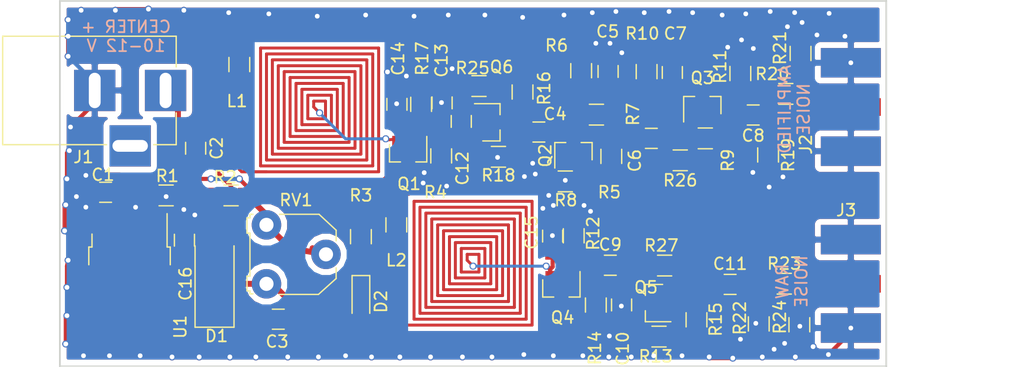
<source format=kicad_pcb>
(kicad_pcb (version 4) (host pcbnew 4.0.7)
  (layers (0 F.Cu signal) (31 B.Cu signal) (34 B.Paste user) (35 F.Paste user) (36 B.SilkS user) (37 F.SilkS user) (38 B.Mask user) (39 F.Mask user) (44 Edge.Cuts user))
  (net 0 "")
  (net 1 GND)
  (net 2 "Net-(C1-Pad2)")
  (net 3 "Net-(C5-Pad2)")
  (net 4 "Net-(C6-Pad1)")
  (net 5 "Net-(C6-Pad2)")
  (net 6 "Net-(C8-Pad2)")
  (net 7 "Net-(C2-Pad2)")
  (net 8 "Net-(C4-Pad1)")
  (net 9 "Net-(C9-Pad2)")
  (net 10 "Net-(Q2-Pad2)")
  (net 11 "Net-(C4-Pad2)")
  (net 12 "Net-(C7-Pad2)")
  (net 13 "Net-(C8-Pad1)")
  (net 14 "Net-(C9-Pad1)")
  (net 15 "Net-(C10-Pad2)")
  (net 16 "Net-(C11-Pad1)")
  (net 17 "Net-(C11-Pad2)")
  (net 18 "Net-(D2-Pad1)")
  (net 19 "Net-(C12-Pad1)")
  (net 20 "Net-(C12-Pad2)")
  (net 21 "Net-(C13-Pad2)")
  (net 22 "Net-(C14-Pad1)")
  (net 23 "Net-(C15-Pad1)")
  (net 24 "Net-(C16-Pad2)")
  (net 25 "Net-(J2-Pad1)")
  (net 26 "Net-(J3-Pad1)")
  (net 27 "Net-(Q3-Pad1)")
  (net 28 "Net-(Q5-Pad1)")
  (net 29 "Net-(Q6-Pad1)")
  (module Capacitors_SMD:C_0805_HandSoldering (layer F.Cu) (at 166.878 84.074 270)
    (fp_text reference C7 (at -3.302 -0.254 360) (layer F.SilkS))
    (fp_text value "100 nF")
    (pad 1 smd rect (at -1.25 0 270) (size 1.5 1.25) (layers F.Cu F.Paste F.Mask) (net 1 GND))
    (pad 2 smd rect (at 1.25 0 270) (size 1.5 1.25) (layers F.Cu F.Paste F.Mask) (net 12 "Net-(C7-Pad2)"))
  )
  (module Capacitors_SMD:C_0805_HandSoldering (layer F.Cu) (at 118.872 94.234)
    (fp_text reference C1 (at -0.222 -1.484) (layer F.SilkS))
    (fp_text value "1 uF")
    (pad 1 smd rect (at -1.25 0) (size 1.5 1.25) (layers F.Cu F.Paste F.Mask) (net 1 GND))
    (pad 2 smd rect (at 1.25 0) (size 1.5 1.25) (layers F.Cu F.Paste F.Mask) (net 2 "Net-(C1-Pad2)"))
  )
  (module Capacitors_SMD:C_0805_HandSoldering (layer F.Cu) (at 126.5 90.5 270)
    (fp_text reference C2 (at 0 -1.778 270) (layer F.SilkS))
    (fp_text value "10 uF")
    (pad 1 smd rect (at -1.25 0 270) (size 1.5 1.25) (layers F.Cu F.Paste F.Mask) (net 1 GND))
    (pad 2 smd rect (at 1.25 0 270) (size 1.5 1.25) (layers F.Cu F.Paste F.Mask) (net 7 "Net-(C2-Pad2)"))
  )
  (module Capacitors_SMD:C_0805_HandSoldering (layer F.Cu) (at 133.5 105)
    (fp_text reference C3 (at -0.1 1.9) (layer F.SilkS))
    (fp_text value "22 uF")
    (pad 1 smd rect (at -1.25 0) (size 1.5 1.25) (layers F.Cu F.Paste F.Mask) (net 1 GND))
    (pad 2 smd rect (at 1.25 0) (size 1.5 1.25) (layers F.Cu F.Paste F.Mask) (net 24 "Net-(C16-Pad2)"))
  )
  (module Capacitors_SMD:C_0805_HandSoldering (layer F.Cu) (at 155.575 89.125 180)
    (fp_text reference C4 (at -1.375 1.525 360) (layer F.SilkS))
    (fp_text value "10 nF")
    (pad 1 smd rect (at -1.25 0 180) (size 1.5 1.25) (layers F.Cu F.Paste F.Mask) (net 8 "Net-(C4-Pad1)"))
    (pad 2 smd rect (at 1.25 0 180) (size 1.5 1.25) (layers F.Cu F.Paste F.Mask) (net 11 "Net-(C4-Pad2)"))
  )
  (module Capacitors_SMD:C_0805_HandSoldering (layer F.Cu) (at 161.43732 83.98764 270)
    (fp_text reference C5 (at -3.38764 0.03732 360) (layer F.SilkS))
    (fp_text value "100 nF")
    (pad 1 smd rect (at -1.25 0 270) (size 1.5 1.25) (layers F.Cu F.Paste F.Mask) (net 1 GND))
    (pad 2 smd rect (at 1.25 0 270) (size 1.5 1.25) (layers F.Cu F.Paste F.Mask) (net 3 "Net-(C5-Pad2)"))
  )
  (module Capacitors_SMD:C_0805_HandSoldering (layer F.Cu) (at 165.1 89.662 180)
    (fp_text reference C6 (at 1.4 -1.888 450) (layer F.SilkS))
    (fp_text value "10 nF")
    (pad 1 smd rect (at -1.25 0 180) (size 1.5 1.25) (layers F.Cu F.Paste F.Mask) (net 4 "Net-(C6-Pad1)"))
    (pad 2 smd rect (at 1.25 0 180) (size 1.5 1.25) (layers F.Cu F.Paste F.Mask) (net 5 "Net-(C6-Pad2)"))
  )
  (module Capacitors_SMD:C_0805_HandSoldering (layer F.Cu) (at 173.73 87.68 180)
    (fp_text reference C8 (at 0 -1.75 180) (layer F.SilkS))
    (fp_text value "10 nF")
    (pad 1 smd rect (at -1.25 0 180) (size 1.5 1.25) (layers F.Cu F.Paste F.Mask) (net 13 "Net-(C8-Pad1)"))
    (pad 2 smd rect (at 1.25 0 180) (size 1.5 1.25) (layers F.Cu F.Paste F.Mask) (net 6 "Net-(C8-Pad2)"))
  )
  (module Capacitors_SMD:C_0805_HandSoldering (layer F.Cu) (at 161.625 100.425 180)
    (fp_text reference C9 (at 0 1.75 180) (layer F.SilkS))
    (fp_text value "10 nF")
    (pad 1 smd rect (at -1.25 0 180) (size 1.5 1.25) (layers F.Cu F.Paste F.Mask) (net 14 "Net-(C9-Pad1)"))
    (pad 2 smd rect (at 1.25 0 180) (size 1.5 1.25) (layers F.Cu F.Paste F.Mask) (net 9 "Net-(C9-Pad2)"))
  )
  (module Capacitors_SMD:C_0805_HandSoldering (layer F.Cu) (at 162.58 103.79 90)
    (fp_text reference C10 (at -3.71 0.095 270) (layer F.SilkS))
    (fp_text value "100 nF")
    (pad 1 smd rect (at -1.25 0 90) (size 1.5 1.25) (layers F.Cu F.Paste F.Mask) (net 1 GND))
    (pad 2 smd rect (at 1.25 0 90) (size 1.5 1.25) (layers F.Cu F.Paste F.Mask) (net 15 "Net-(C10-Pad2)"))
  )
  (module Capacitors_SMD:C_0805_HandSoldering (layer F.Cu) (at 171.775 102.05 180)
    (fp_text reference C11 (at 0 1.75 180) (layer F.SilkS))
    (fp_text value "10 nF")
    (pad 1 smd rect (at -1.25 0 180) (size 1.5 1.25) (layers F.Cu F.Paste F.Mask) (net 16 "Net-(C11-Pad1)"))
    (pad 2 smd rect (at 1.25 0 180) (size 1.5 1.25) (layers F.Cu F.Paste F.Mask) (net 17 "Net-(C11-Pad2)"))
  )
  (module Diodes_SMD:D_SMA_Handsoldering (layer F.Cu) (at 128.1 101.28 90)
    (fp_text reference D1 (at -5.146 0.17 180) (layer F.SilkS))
    (fp_text value 1N4007)
    (pad 1 smd rect (at -2.5 0 90) (size 3.5 1.8) (layers F.Cu F.Paste F.Mask) (net 2 "Net-(C1-Pad2)"))
    (pad 2 smd rect (at 2.5 0 90) (size 3.5 1.8) (layers F.Cu F.Paste F.Mask) (net 24 "Net-(C16-Pad2)"))
  )
  (module LEDs:LED_0805_HandSoldering (layer F.Cu) (at 140.5 103.5 270)
    (fp_text reference D2 (at 0 -1.7 270) (layer F.SilkS))
    (fp_text value LED)
    (pad 1 smd rect (at -1.35 0 270) (size 1.5 1.3) (layers F.Cu F.Paste F.Mask) (net 18 "Net-(D2-Pad1)"))
    (pad 2 smd rect (at 1.35 0 270) (size 1.5 1.3) (layers F.Cu F.Paste F.Mask) (net 24 "Net-(C16-Pad2)"))
  )
  (module Connectors:BARREL_JACK (layer F.Cu) (at 123.952 85.598)
    (fp_text reference J1 (at -6.952 5.652 180) (layer F.SilkS))
    (fp_text value Barrel_Jack)
    (pad 1 thru_hole rect (at 0 0) (size 3.5 3.5) (drill oval 1 3) (layers *.Cu *.Mask) (net 2 "Net-(C1-Pad2)"))
    (pad 2 thru_hole rect (at -6 0) (size 3.5 3.5) (drill oval 1 3) (layers *.Cu *.Mask) (net 1 GND))
    (pad 3 thru_hole rect (at -3 4.7) (size 3.5 3.5) (drill oval 3 1) (layers *.Cu *.Mask))
  )
  (module RFNoiseSource:Amphenol_RF_SMA_132289 (layer F.Cu) (at 182 87)
    (fp_text reference J2 (at -3.81 3.175 270) (layer F.SilkS))
    (fp_text value Conn_Coaxial)
    (pad 2 smd rect (at 0 3.75 90) (size 2.5 5.08) (layers B.Cu B.Paste B.Mask) (net 1 GND))
    (pad 2 smd rect (at 0 -3.75 90) (size 2.5 5.08) (layers B.Cu B.Paste B.Mask) (net 1 GND))
    (pad 2 smd rect (at 0 3.75 90) (size 2.5 5.08) (layers F.Cu F.Paste F.Mask) (net 1 GND))
    (pad 2 smd rect (at 0 -3.75 90) (size 2.5 5.08) (layers F.Cu F.Paste F.Mask) (net 1 GND))
    (pad 1 smd rect (at 0 0 90) (size 1.5 5.08) (layers F.Cu F.Paste F.Mask) (net 25 "Net-(J2-Pad1)"))
  )
  (module RFNoiseSource:Amphenol_RF_SMA_132289 (layer F.Cu) (at 182 102)
    (fp_text reference J3 (at -0.39 -6.242) (layer F.SilkS))
    (fp_text value Conn_Coaxial)
    (pad 2 smd rect (at 0 3.75 90) (size 2.5 5.08) (layers B.Cu B.Paste B.Mask) (net 1 GND))
    (pad 2 smd rect (at 0 -3.75 90) (size 2.5 5.08) (layers B.Cu B.Paste B.Mask) (net 1 GND))
    (pad 2 smd rect (at 0 3.75 90) (size 2.5 5.08) (layers F.Cu F.Paste F.Mask) (net 1 GND))
    (pad 2 smd rect (at 0 -3.75 90) (size 2.5 5.08) (layers F.Cu F.Paste F.Mask) (net 1 GND))
    (pad 1 smd rect (at 0 0 90) (size 1.5 5.08) (layers F.Cu F.Paste F.Mask) (net 26 "Net-(J3-Pad1)"))
  )
  (module Inductors_SMD:L_0805_HandSoldering (layer F.Cu) (at 130.2 83.4 270)
    (fp_text reference L1 (at 3.1 0.2 360) (layer F.SilkS))
    (fp_text value Ferrite_Bead)
    (pad 1 smd rect (at -1.35 0 270) (size 1.5 1.3) (layers F.Cu F.Paste F.Mask) (net 24 "Net-(C16-Pad2)"))
    (pad 2 smd rect (at 1.35 0 270) (size 1.5 1.3) (layers F.Cu F.Paste F.Mask) (net 22 "Net-(C14-Pad1)"))
  )
  (module Inductors_SMD:L_0805_HandSoldering (layer F.Cu) (at 143.5 97 270)
    (fp_text reference L2 (at 3 0 360) (layer F.SilkS))
    (fp_text value Ferrite_Bead)
    (pad 1 smd rect (at -1.35 0 270) (size 1.5 1.3) (layers F.Cu F.Paste F.Mask) (net 24 "Net-(C16-Pad2)"))
    (pad 2 smd rect (at 1.35 0 270) (size 1.5 1.3) (layers F.Cu F.Paste F.Mask) (net 23 "Net-(C15-Pad1)"))
  )
  (module TO_SOT_Packages_SMD:SOT-23 (layer F.Cu) (at 144.5 90.9 270)
    (fp_text reference Q1 (at 2.625 -0.075 360) (layer F.SilkS))
    (fp_text value 2SC3356)
    (pad 1 smd rect (at -1 -0.95 270) (size 0.9 0.8) (layers F.Cu F.Paste F.Mask) (net 20 "Net-(C12-Pad2)"))
    (pad 2 smd rect (at -1 0.95 270) (size 0.9 0.8) (layers F.Cu F.Paste F.Mask) (net 22 "Net-(C14-Pad1)"))
    (pad 3 smd rect (at 1 0 270) (size 0.9 0.8) (layers F.Cu F.Paste F.Mask))
  )
  (module TO_SOT_Packages_SMD:SOT-23 (layer F.Cu) (at 158.50362 90.77706 90)
    (fp_text reference Q2 (at -0.34294 -2.38362 270) (layer F.SilkS))
    (fp_text value 2SC3356)
    (pad 1 smd rect (at -1 -0.95 90) (size 0.9 0.8) (layers F.Cu F.Paste F.Mask) (net 8 "Net-(C4-Pad1)"))
    (pad 2 smd rect (at -1 0.95 90) (size 0.9 0.8) (layers F.Cu F.Paste F.Mask) (net 10 "Net-(Q2-Pad2)"))
    (pad 3 smd rect (at 1 0 90) (size 0.9 0.8) (layers F.Cu F.Paste F.Mask) (net 5 "Net-(C6-Pad2)"))
  )
  (module TO_SOT_Packages_SMD:SOT-23 (layer F.Cu) (at 169.418 86.868 90)
    (fp_text reference Q3 (at 2.33 0 360) (layer F.SilkS))
    (fp_text value 2SC3356)
    (pad 1 smd rect (at -1 -0.95 90) (size 0.9 0.8) (layers F.Cu F.Paste F.Mask) (net 27 "Net-(Q3-Pad1)"))
    (pad 2 smd rect (at -1 0.95 90) (size 0.9 0.8) (layers F.Cu F.Paste F.Mask) (net 6 "Net-(C8-Pad2)"))
    (pad 3 smd rect (at 1 0 90) (size 0.9 0.8) (layers F.Cu F.Paste F.Mask) (net 12 "Net-(C7-Pad2)"))
  )
  (module TO_SOT_Packages_SMD:SOT-23 (layer F.Cu) (at 157.48 102.362 270)
    (fp_text reference Q4 (at 2.5 -0.1 360) (layer F.SilkS))
    (fp_text value 2SC3356)
    (pad 1 smd rect (at -1 -0.95 270) (size 0.9 0.8) (layers F.Cu F.Paste F.Mask) (net 9 "Net-(C9-Pad2)"))
    (pad 2 smd rect (at -1 0.95 270) (size 0.9 0.8) (layers F.Cu F.Paste F.Mask) (net 23 "Net-(C15-Pad1)"))
    (pad 3 smd rect (at 1 0 270) (size 0.9 0.8) (layers F.Cu F.Paste F.Mask))
  )
  (module TO_SOT_Packages_SMD:SOT-23 (layer F.Cu) (at 165.354 103.632 180)
    (fp_text reference Q5 (at 0.704 1.332 360) (layer F.SilkS))
    (fp_text value 2SC3356)
    (pad 1 smd rect (at -1 -0.95 180) (size 0.9 0.8) (layers F.Cu F.Paste F.Mask) (net 28 "Net-(Q5-Pad1)"))
    (pad 2 smd rect (at -1 0.95 180) (size 0.9 0.8) (layers F.Cu F.Paste F.Mask) (net 17 "Net-(C11-Pad2)"))
    (pad 3 smd rect (at 1 0 180) (size 0.9 0.8) (layers F.Cu F.Paste F.Mask) (net 15 "Net-(C10-Pad2)"))
  )
  (module Resistors_SMD:R_0805_HandSoldering (layer F.Cu) (at 124 94.5 180)
    (fp_text reference R1 (at -0.1 1.65 180) (layer F.SilkS))
    (fp_text value 2k2)
    (pad 1 smd rect (at -1.35 0 180) (size 1.5 1.3) (layers F.Cu F.Paste F.Mask) (net 7 "Net-(C2-Pad2)"))
    (pad 2 smd rect (at 1.35 0 180) (size 1.5 1.3) (layers F.Cu F.Paste F.Mask) (net 1 GND))
  )
  (module Resistors_SMD:R_0805_HandSoldering (layer F.Cu) (at 129.5 94.5)
    (fp_text reference R2 (at -0.5 -1.55) (layer F.SilkS))
    (fp_text value NC)
    (pad 1 smd rect (at -1.35 0) (size 1.5 1.3) (layers F.Cu F.Paste F.Mask) (net 24 "Net-(C16-Pad2)"))
    (pad 2 smd rect (at 1.35 0) (size 1.5 1.3) (layers F.Cu F.Paste F.Mask) (net 7 "Net-(C2-Pad2)"))
  )
  (module Resistors_SMD:R_0805_HandSoldering (layer F.Cu) (at 140.5 98 90)
    (fp_text reference R3 (at 3.5 0 180) (layer F.SilkS))
    (fp_text value 1k)
    (pad 1 smd rect (at -1.35 0 90) (size 1.5 1.3) (layers F.Cu F.Paste F.Mask) (net 18 "Net-(D2-Pad1)"))
    (pad 2 smd rect (at 1.35 0 90) (size 1.5 1.3) (layers F.Cu F.Paste F.Mask) (net 1 GND))
  )
  (module Resistors_SMD:R_0805_HandSoldering (layer F.Cu) (at 147.3 91.15 90)
    (fp_text reference R4 (at -3.084 -0.488 180) (layer F.SilkS))
    (fp_text value 1k)
    (pad 1 smd rect (at -1.35 0 90) (size 1.5 1.3) (layers F.Cu F.Paste F.Mask) (net 1 GND))
    (pad 2 smd rect (at 1.35 0 90) (size 1.5 1.3) (layers F.Cu F.Paste F.Mask) (net 20 "Net-(C12-Pad2)"))
  )
  (module Resistors_SMD:R_0805_HandSoldering (layer F.Cu) (at 161.71 91.19 270)
    (fp_text reference R5 (at 3.044 0.166 540) (layer F.SilkS))
    (fp_text value 10k)
    (pad 1 smd rect (at -1.35 0 270) (size 1.5 1.3) (layers F.Cu F.Paste F.Mask) (net 5 "Net-(C6-Pad2)"))
    (pad 2 smd rect (at 1.35 0 270) (size 1.5 1.3) (layers F.Cu F.Paste F.Mask) (net 8 "Net-(C4-Pad1)"))
  )
  (module Resistors_SMD:R_0805_HandSoldering (layer F.Cu) (at 159.1564 83.9216 90)
    (fp_text reference R6 (at 2.1336 -2.0828 180) (layer F.SilkS))
    (fp_text value 10R)
    (pad 1 smd rect (at -1.35 0 90) (size 1.5 1.3) (layers F.Cu F.Paste F.Mask) (net 3 "Net-(C5-Pad2)"))
    (pad 2 smd rect (at 1.35 0 90) (size 1.5 1.3) (layers F.Cu F.Paste F.Mask) (net 24 "Net-(C16-Pad2)"))
  )
  (module Resistors_SMD:R_0805_HandSoldering (layer F.Cu) (at 160.45 87.65)
    (fp_text reference R7 (at 3.1 -0.025 90) (layer F.SilkS))
    (fp_text value 100R)
    (pad 1 smd rect (at -1.35 0) (size 1.5 1.3) (layers F.Cu F.Paste F.Mask) (net 3 "Net-(C5-Pad2)"))
    (pad 2 smd rect (at 1.35 0) (size 1.5 1.3) (layers F.Cu F.Paste F.Mask) (net 5 "Net-(C6-Pad2)"))
  )
  (module Resistors_SMD:R_0805_HandSoldering (layer F.Cu) (at 157.81 93.31)
    (fp_text reference R8 (at 0.05 1.6) (layer F.SilkS))
    (fp_text value 22R)
    (pad 1 smd rect (at -1.35 0) (size 1.5 1.3) (layers F.Cu F.Paste F.Mask) (net 1 GND))
    (pad 2 smd rect (at 1.35 0) (size 1.5 1.3) (layers F.Cu F.Paste F.Mask) (net 10 "Net-(Q2-Pad2)"))
  )
  (module Resistors_SMD:R_0805_HandSoldering (layer F.Cu) (at 169.672 89.662)
    (fp_text reference R9 (at 1.903 1.863 90) (layer F.SilkS))
    (fp_text value 47k)
    (pad 1 smd rect (at -1.35 0) (size 1.5 1.3) (layers F.Cu F.Paste F.Mask) (net 27 "Net-(Q3-Pad1)"))
    (pad 2 smd rect (at 1.35 0) (size 1.5 1.3) (layers F.Cu F.Paste F.Mask) (net 12 "Net-(C7-Pad2)"))
  )
  (module Resistors_SMD:R_0805_HandSoldering (layer F.Cu) (at 164.7 84 90)
    (fp_text reference R10 (at 3.228 -0.362 180) (layer F.SilkS))
    (fp_text value 10R)
    (pad 1 smd rect (at -1.35 0 90) (size 1.5 1.3) (layers F.Cu F.Paste F.Mask) (net 12 "Net-(C7-Pad2)"))
    (pad 2 smd rect (at 1.35 0 90) (size 1.5 1.3) (layers F.Cu F.Paste F.Mask) (net 24 "Net-(C16-Pad2)"))
  )
  (module Resistors_SMD:R_0805_HandSoldering (layer F.Cu) (at 172.64 84.16 90)
    (fp_text reference R11 (at 0.58 -1.71 90) (layer F.SilkS))
    (fp_text value 220R)
    (pad 1 smd rect (at -1.35 0 90) (size 1.5 1.3) (layers F.Cu F.Paste F.Mask) (net 6 "Net-(C8-Pad2)"))
    (pad 2 smd rect (at 1.35 0 90) (size 1.5 1.3) (layers F.Cu F.Paste F.Mask) (net 1 GND))
  )
  (module Resistors_SMD:R_0805_HandSoldering (layer F.Cu) (at 158.525 97.925 270)
    (fp_text reference R12 (at -0.2 -1.65 450) (layer F.SilkS))
    (fp_text value 1k)
    (pad 1 smd rect (at -1.35 0 270) (size 1.5 1.3) (layers F.Cu F.Paste F.Mask) (net 1 GND))
    (pad 2 smd rect (at 1.35 0 270) (size 1.5 1.3) (layers F.Cu F.Paste F.Mask) (net 9 "Net-(C9-Pad2)"))
  )
  (module Resistors_SMD:R_0805_HandSoldering (layer F.Cu) (at 165.75 106.475 180)
    (fp_text reference R13 (at 0.275 -1.675 360) (layer F.SilkS))
    (fp_text value 47k)
    (pad 1 smd rect (at -1.35 0 180) (size 1.5 1.3) (layers F.Cu F.Paste F.Mask) (net 28 "Net-(Q5-Pad1)"))
    (pad 2 smd rect (at 1.35 0 180) (size 1.5 1.3) (layers F.Cu F.Paste F.Mask) (net 15 "Net-(C10-Pad2)"))
  )
  (module Resistors_SMD:R_0805_HandSoldering (layer F.Cu) (at 160.4 103.8 270)
    (fp_text reference R14 (at 3.65 0.075 450) (layer F.SilkS))
    (fp_text value 10R)
    (pad 1 smd rect (at -1.35 0 270) (size 1.5 1.3) (layers F.Cu F.Paste F.Mask) (net 15 "Net-(C10-Pad2)"))
    (pad 2 smd rect (at 1.35 0 270) (size 1.5 1.3) (layers F.Cu F.Paste F.Mask) (net 24 "Net-(C16-Pad2)"))
  )
  (module Resistors_SMD:R_0805_HandSoldering (layer F.Cu) (at 168.925 105.05 270)
    (fp_text reference R15 (at -0.025 -1.625 270) (layer F.SilkS))
    (fp_text value 220R)
    (pad 1 smd rect (at -1.35 0 270) (size 1.5 1.3) (layers F.Cu F.Paste F.Mask) (net 17 "Net-(C11-Pad2)"))
    (pad 2 smd rect (at 1.35 0 270) (size 1.5 1.3) (layers F.Cu F.Paste F.Mask) (net 1 GND))
  )
  (module Potentiometers:Potentiometer_Triwood_RM-065 (layer F.Cu) (at 132.5 97 270)
    (fp_text reference RV1 (at -2.1 -2.5 360) (layer F.SilkS))
    (fp_text value 10k)
    (pad 2 thru_hole circle (at 2.5 -5.04 270) (size 2.5 2.5) (drill 1.2) (layers *.Cu *.Mask) (net 7 "Net-(C2-Pad2)"))
    (pad 3 thru_hole circle (at 5 0 270) (size 2.5 2.5) (drill 1.2) (layers *.Cu *.Mask) (net 24 "Net-(C16-Pad2)"))
    (pad 1 thru_hole circle (at 0 0 270) (size 2.5 2.5) (drill 1.2) (layers *.Cu *.Mask) (net 7 "Net-(C2-Pad2)"))
  )
  (module Capacitors_SMD:C_0805_HandSoldering (layer F.Cu) (at 149 88.225 270)
    (fp_text reference C12 (at 3.977 -0.098 450) (layer F.SilkS))
    (fp_text value "10 nF")
    (pad 1 smd rect (at -1.25 0 270) (size 1.5 1.25) (layers F.Cu F.Paste F.Mask) (net 19 "Net-(C12-Pad1)"))
    (pad 2 smd rect (at 1.25 0 270) (size 1.5 1.25) (layers F.Cu F.Paste F.Mask) (net 20 "Net-(C12-Pad2)"))
  )
  (module Capacitors_SMD:C_0805_HandSoldering (layer F.Cu) (at 147.375 86.65 270)
    (fp_text reference C13 (at -3.6 0.05 270) (layer F.SilkS))
    (fp_text value "100 nF")
    (pad 1 smd rect (at -1.25 0 270) (size 1.5 1.25) (layers F.Cu F.Paste F.Mask) (net 1 GND))
    (pad 2 smd rect (at 1.25 0 270) (size 1.5 1.25) (layers F.Cu F.Paste F.Mask) (net 21 "Net-(C13-Pad2)"))
  )
  (module TO_SOT_Packages_SMD:SOT-23 (layer F.Cu) (at 151.525 88.3)
    (fp_text reference Q6 (at 0.895 -4.7) (layer F.SilkS))
    (fp_text value 2SC3356)
    (pad 1 smd rect (at -1 -0.95) (size 0.9 0.8) (layers F.Cu F.Paste F.Mask) (net 29 "Net-(Q6-Pad1)"))
    (pad 2 smd rect (at -1 0.95) (size 0.9 0.8) (layers F.Cu F.Paste F.Mask) (net 11 "Net-(C4-Pad2)"))
    (pad 3 smd rect (at 1 0) (size 0.9 0.8) (layers F.Cu F.Paste F.Mask) (net 21 "Net-(C13-Pad2)"))
  )
  (module Resistors_SMD:R_0805_HandSoldering (layer F.Cu) (at 154.19 85.73 270)
    (fp_text reference R16 (at -0.32 -1.83 270) (layer F.SilkS))
    (fp_text value 47k)
    (pad 1 smd rect (at -1.35 0 270) (size 1.5 1.3) (layers F.Cu F.Paste F.Mask) (net 29 "Net-(Q6-Pad1)"))
    (pad 2 smd rect (at 1.35 0 270) (size 1.5 1.3) (layers F.Cu F.Paste F.Mask) (net 21 "Net-(C13-Pad2)"))
  )
  (module Resistors_SMD:R_0805_HandSoldering (layer F.Cu) (at 145.6 86.775 90)
    (fp_text reference R17 (at 3.88 0.09 270) (layer F.SilkS))
    (fp_text value 10R)
    (pad 1 smd rect (at -1.35 0 90) (size 1.5 1.3) (layers F.Cu F.Paste F.Mask) (net 21 "Net-(C13-Pad2)"))
    (pad 2 smd rect (at 1.35 0 90) (size 1.5 1.3) (layers F.Cu F.Paste F.Mask) (net 24 "Net-(C16-Pad2)"))
  )
  (module Resistors_SMD:R_0805_HandSoldering (layer F.Cu) (at 152.15 91.225)
    (fp_text reference R18 (at 0 1.575 180) (layer F.SilkS))
    (fp_text value 220R)
    (pad 1 smd rect (at -1.35 0) (size 1.5 1.3) (layers F.Cu F.Paste F.Mask) (net 11 "Net-(C4-Pad2)"))
    (pad 2 smd rect (at 1.35 0) (size 1.5 1.3) (layers F.Cu F.Paste F.Mask) (net 1 GND))
  )
  (module Capacitors_SMD:C_0805_HandSoldering (layer F.Cu) (at 143.55 86.775 90)
    (fp_text reference C14 (at 3.875 0.1 270) (layer F.SilkS))
    (fp_text value "10 nF")
    (pad 1 smd rect (at -1.25 0 90) (size 1.5 1.25) (layers F.Cu F.Paste F.Mask) (net 22 "Net-(C14-Pad1)"))
    (pad 2 smd rect (at 1.25 0 90) (size 1.5 1.25) (layers F.Cu F.Paste F.Mask) (net 1 GND))
  )
  (module Capacitors_SMD:C_0805_HandSoldering (layer F.Cu) (at 156.74 97.95 90)
    (fp_text reference C15 (at 0.3 -1.79 90) (layer F.SilkS))
    (fp_text value "10 nF")
    (pad 1 smd rect (at -1.25 0 90) (size 1.5 1.25) (layers F.Cu F.Paste F.Mask) (net 23 "Net-(C15-Pad1)"))
    (pad 2 smd rect (at 1.25 0 90) (size 1.5 1.25) (layers F.Cu F.Paste F.Mask) (net 1 GND))
  )
  (module Capacitors_SMD:C_0805_HandSoldering (layer F.Cu) (at 125.55 98.3 270)
    (fp_text reference C16 (at 3.69 -0.09 450) (layer F.SilkS))
    (fp_text value "10 nF")
    (pad 1 smd rect (at -1.25 0 270) (size 1.5 1.25) (layers F.Cu F.Paste F.Mask) (net 1 GND))
    (pad 2 smd rect (at 1.25 0 270) (size 1.5 1.25) (layers F.Cu F.Paste F.Mask) (net 24 "Net-(C16-Pad2)"))
  )
  (module Resistors_SMD:R_0805_HandSoldering (layer F.Cu) (at 174.99 91.07 270)
    (fp_text reference R19 (at 0 -1.7 270) (layer F.SilkS))
    (fp_text value NC)
    (pad 1 smd rect (at -1.35 0 270) (size 1.5 1.3) (layers F.Cu F.Paste F.Mask) (net 13 "Net-(C8-Pad1)"))
    (pad 2 smd rect (at 1.35 0 270) (size 1.5 1.3) (layers F.Cu F.Paste F.Mask) (net 1 GND))
  )
  (module Resistors_SMD:R_0805_HandSoldering (layer F.Cu) (at 176.49 85.89)
    (fp_text reference R20 (at -1.14 -1.69) (layer F.SilkS))
    (fp_text value 0R)
    (pad 1 smd rect (at -1.35 0) (size 1.5 1.3) (layers F.Cu F.Paste F.Mask) (net 13 "Net-(C8-Pad1)"))
    (pad 2 smd rect (at 1.35 0) (size 1.5 1.3) (layers F.Cu F.Paste F.Mask) (net 25 "Net-(J2-Pad1)"))
  )
  (module Resistors_SMD:R_0805_HandSoldering (layer F.Cu) (at 177.74 82.46 90)
    (fp_text reference R21 (at 0.47 -1.74 90) (layer F.SilkS))
    (fp_text value NC)
    (pad 1 smd rect (at -1.35 0 90) (size 1.5 1.3) (layers F.Cu F.Paste F.Mask) (net 25 "Net-(J2-Pad1)"))
    (pad 2 smd rect (at 1.35 0 90) (size 1.5 1.3) (layers F.Cu F.Paste F.Mask) (net 1 GND))
  )
  (module Resistors_SMD:R_0805_HandSoldering (layer F.Cu) (at 174.2 105.4 270)
    (fp_text reference R22 (at -0.5 1.6 270) (layer F.SilkS))
    (fp_text value NC)
    (pad 1 smd rect (at -1.35 0 270) (size 1.5 1.3) (layers F.Cu F.Paste F.Mask) (net 16 "Net-(C11-Pad1)"))
    (pad 2 smd rect (at 1.35 0 270) (size 1.5 1.3) (layers F.Cu F.Paste F.Mask) (net 1 GND))
  )
  (module Resistors_SMD:R_0805_HandSoldering (layer F.Cu) (at 176.36 101.99)
    (fp_text reference R23 (at 0 -1.7) (layer F.SilkS))
    (fp_text value 0R)
    (pad 1 smd rect (at -1.35 0) (size 1.5 1.3) (layers F.Cu F.Paste F.Mask) (net 16 "Net-(C11-Pad1)"))
    (pad 2 smd rect (at 1.35 0) (size 1.5 1.3) (layers F.Cu F.Paste F.Mask) (net 26 "Net-(J3-Pad1)"))
  )
  (module Resistors_SMD:R_0805_HandSoldering (layer F.Cu) (at 177.64 105.47 270)
    (fp_text reference R24 (at -0.65 1.65 270) (layer F.SilkS))
    (fp_text value NC)
    (pad 1 smd rect (at -1.35 0 270) (size 1.5 1.3) (layers F.Cu F.Paste F.Mask) (net 26 "Net-(J3-Pad1)"))
    (pad 2 smd rect (at 1.35 0 270) (size 1.5 1.3) (layers F.Cu F.Paste F.Mask) (net 1 GND))
  )
  (module Resistors_SMD:R_0805_HandSoldering (layer F.Cu) (at 150.5 85.225 180)
    (fp_text reference R25 (at 0.54 1.525 180) (layer F.SilkS))
    (fp_text value 220R)
    (pad 1 smd rect (at -1.35 0 180) (size 1.5 1.3) (layers F.Cu F.Paste F.Mask) (net 29 "Net-(Q6-Pad1)"))
    (pad 2 smd rect (at 1.35 0 180) (size 1.5 1.3) (layers F.Cu F.Paste F.Mask) (net 19 "Net-(C12-Pad1)"))
  )
  (module Resistors_SMD:R_0805_HandSoldering (layer F.Cu) (at 167.55 91.525 180)
    (fp_text reference R26 (at 0 -1.7 180) (layer F.SilkS))
    (fp_text value 220R)
    (pad 1 smd rect (at -1.35 0 180) (size 1.5 1.3) (layers F.Cu F.Paste F.Mask) (net 27 "Net-(Q3-Pad1)"))
    (pad 2 smd rect (at 1.35 0 180) (size 1.5 1.3) (layers F.Cu F.Paste F.Mask) (net 4 "Net-(C6-Pad1)"))
  )
  (module Resistors_SMD:R_0805_HandSoldering (layer F.Cu) (at 166.225 100.45 180)
    (fp_text reference R27 (at 0.275 1.7 180) (layer F.SilkS))
    (fp_text value 220R)
    (pad 1 smd rect (at -1.35 0 180) (size 1.5 1.3) (layers F.Cu F.Paste F.Mask) (net 28 "Net-(Q5-Pad1)"))
    (pad 2 smd rect (at 1.35 0 180) (size 1.5 1.3) (layers F.Cu F.Paste F.Mask) (net 14 "Net-(C9-Pad1)"))
  )
  (module TO_SOT_Packages_SMD:TO-252-3_TabPin2 (layer F.Cu) (at 120.9 101.35 270)
    (fp_text reference U1 (at 4.304 -4.304 270) (layer F.SilkS))
    (fp_text value LM317MDT)
    (pad 1 smd rect (at -4.2 -2.28 270) (size 2.2 1.2) (layers F.Cu F.Paste F.Mask) (net 7 "Net-(C2-Pad2)"))
    (pad 2 smd rect (at -4.2 0 270) (size 2.2 1.2) (layers F.Cu F.Paste F.Mask) (net 24 "Net-(C16-Pad2)"))
    (pad 3 smd rect (at -4.2 2.28 270) (size 2.2 1.2) (layers F.Cu F.Paste F.Mask) (net 2 "Net-(C1-Pad2)"))
    (pad 2 smd rect (at 2.1 0 270) (size 6.4 5.8) (layers F.Cu F.Mask) (net 24 "Net-(C16-Pad2)"))
    (pad 2 smd rect (at 3.775 1.525 270) (size 3.05 2.75) (layers F.Cu F.Paste) (net 24 "Net-(C16-Pad2)"))
    (pad 2 smd rect (at 0.425 -1.525 270) (size 3.05 2.75) (layers F.Cu F.Paste) (net 24 "Net-(C16-Pad2)"))
    (pad 2 smd rect (at 3.775 -1.525 270) (size 3.05 2.75) (layers F.Cu F.Paste) (net 24 "Net-(C16-Pad2)"))
    (pad 2 smd rect (at 0.425 1.525 270) (size 3.05 2.75) (layers F.Cu F.Paste) (net 24 "Net-(C16-Pad2)"))
  )
  (gr_text "RAW\nNOISE" (at 177 101.8 90) (layer B.SilkS) (effects (font (size 1 1)) (justify mirror)))
  (gr_text "AMPLIFIED\nNOISE" (at 177.2 87.2 90) (layer B.SilkS) (effects (font (size 1 1)) (justify mirror)))
  (gr_text "CENTER +\n10-12 V" (at 120.6 81) (layer B.SilkS) (effects (font (size 1 1)) (justify mirror)))
  (gr_line (start 115 109) (end 115 78) (angle 90) (layer Edge.Cuts) (width 0.15))
  (gr_line (start 185 109) (end 115 109) (angle 90) (layer Edge.Cuts) (width 0.15))
  (gr_line (start 185 78) (end 185 109) (angle 90) (layer Edge.Cuts) (width 0.15))
  (gr_line (start 115 78) (end 185 78) (angle 90) (layer Edge.Cuts) (width 0.15))
  (segment (start 153.5 91.225) (end 153.5 92.05) (width 0.35) (layer F.Cu) (net 1))
  (via (at 154.35 92.9) (size 0.6) (drill 0.4) (layers F.Cu B.Cu) (net 1))
  (segment (start 153.5 92.05) (end 154.35 92.9) (width 0.35) (layer F.Cu) (net 1))
  (segment (start 153.5 91.225) (end 154.5 91.225) (width 0.35) (layer F.Cu) (net 1))
  (via (at 155.05 91.775) (size 0.6) (drill 0.4) (layers F.Cu B.Cu) (net 1))
  (segment (start 154.5 91.225) (end 155.05 91.775) (width 0.35) (layer F.Cu) (net 1))
  (segment (start 153.5 91.225) (end 152.125 91.225) (width 0.35) (layer F.Cu) (net 1))
  (via (at 152.075 91.275) (size 0.6) (drill 0.4) (layers F.Cu B.Cu) (net 1))
  (segment (start 152.125 91.225) (end 152.075 91.275) (width 0.35) (layer F.Cu) (net 1))
  (segment (start 147.375 85.4) (end 147.375 86.575) (width 0.35) (layer F.Cu) (net 1))
  (via (at 147.325 86.625) (size 0.6) (drill 0.4) (layers F.Cu B.Cu) (net 1))
  (segment (start 147.375 86.575) (end 147.325 86.625) (width 0.35) (layer F.Cu) (net 1))
  (segment (start 147.375 85.4) (end 147.375 84.6) (width 0.35) (layer F.Cu) (net 1))
  (via (at 148.225 83.75) (size 0.6) (drill 0.4) (layers F.Cu B.Cu) (net 1))
  (segment (start 147.375 84.6) (end 148.225 83.75) (width 0.35) (layer F.Cu) (net 1))
  (segment (start 143.55 85.525) (end 143.55 86.7) (width 0.35) (layer F.Cu) (net 1))
  (via (at 143.525 86.725) (size 0.6) (drill 0.4) (layers F.Cu B.Cu) (net 1))
  (segment (start 143.55 86.7) (end 143.525 86.725) (width 0.35) (layer F.Cu) (net 1))
  (segment (start 143.55 85.525) (end 143.55 85.175) (width 0.35) (layer F.Cu) (net 1))
  (segment (start 143.55 85.175) (end 144.35 84.375) (width 0.35) (layer F.Cu) (net 1))
  (via (at 144.35 84.375) (size 0.6) (drill 0.4) (layers F.Cu B.Cu) (net 1))
  (segment (start 143.55 85.525) (end 143.55 84.825) (width 0.35) (layer F.Cu) (net 1))
  (segment (start 143.55 84.825) (end 142.75 84.025) (width 0.35) (layer F.Cu) (net 1))
  (via (at 142.75 84.025) (size 0.6) (drill 0.4) (layers F.Cu B.Cu) (net 1))
  (segment (start 174.2 106.75) (end 174.7 106.75) (width 0.35) (layer F.Cu) (net 1))
  (segment (start 174.7 106.75) (end 175.5 107.55) (width 0.35) (layer F.Cu) (net 1))
  (via (at 175.5 107.55) (size 0.6) (drill 0.4) (layers F.Cu B.Cu) (net 1))
  (segment (start 174.2 106.75) (end 174.2 105.6) (width 0.35) (layer F.Cu) (net 1))
  (via (at 173.95 105.35) (size 0.6) (drill 0.4) (layers F.Cu B.Cu) (net 1))
  (segment (start 174.2 105.6) (end 173.95 105.35) (width 0.35) (layer F.Cu) (net 1))
  (segment (start 174.2 106.75) (end 172.7 106.75) (width 0.35) (layer F.Cu) (net 1))
  (via (at 172.65 106.7) (size 0.6) (drill 0.4) (layers F.Cu B.Cu) (net 1))
  (segment (start 172.7 106.75) (end 172.65 106.7) (width 0.35) (layer F.Cu) (net 1))
  (segment (start 158.525 96.575) (end 159.025 96.575) (width 0.35) (layer F.Cu) (net 1))
  (segment (start 159.025 96.575) (end 159.95 95.85) (width 0.35) (layer F.Cu) (net 1))
  (via (at 159.95 95.85) (size 0.6) (drill 0.4) (layers F.Cu B.Cu) (net 1))
  (segment (start 158.525 96.575) (end 158.525 96.025) (width 0.35) (layer F.Cu) (net 1))
  (segment (start 158.525 96.025) (end 159.4 95.35) (width 0.35) (layer F.Cu) (net 1))
  (via (at 159.4 95.35) (size 0.6) (drill 0.4) (layers F.Cu B.Cu) (net 1))
  (segment (start 162.58 105.04) (end 162.58 103.906) (width 0.35) (layer F.Cu) (net 1))
  (via (at 162.56 103.886) (size 0.6) (drill 0.4) (layers F.Cu B.Cu) (net 1))
  (segment (start 162.58 103.906) (end 162.56 103.886) (width 0.35) (layer F.Cu) (net 1))
  (segment (start 162.58 105.04) (end 162.58 105.39) (width 0.35) (layer F.Cu) (net 1))
  (segment (start 162.58 105.39) (end 161.544 106.426) (width 0.35) (layer F.Cu) (net 1))
  (via (at 161.544 106.426) (size 0.6) (drill 0.4) (layers F.Cu B.Cu) (net 1))
  (segment (start 177.64 106.82) (end 176.62 106.82) (width 0.5) (layer F.Cu) (net 1))
  (via (at 176.39 107.05) (size 0.6) (drill 0.4) (layers F.Cu B.Cu) (net 1))
  (segment (start 176.62 106.82) (end 176.39 107.05) (width 0.5) (layer F.Cu) (net 1))
  (segment (start 177.64 106.82) (end 177.64 105.64) (width 0.5) (layer F.Cu) (net 1))
  (via (at 177.68 105.6) (size 0.6) (drill 0.4) (layers F.Cu B.Cu) (net 1))
  (segment (start 177.64 105.64) (end 177.68 105.6) (width 0.5) (layer F.Cu) (net 1))
  (segment (start 177.64 106.82) (end 178.29 106.82) (width 0.5) (layer F.Cu) (net 1))
  (segment (start 178.29 106.82) (end 178.8 107.33) (width 0.5) (layer F.Cu) (net 1))
  (via (at 178.8 107.33) (size 0.6) (drill 0.4) (layers F.Cu B.Cu) (net 1))
  (segment (start 177.74 81.11) (end 177.55 81.11) (width 0.5) (layer F.Cu) (net 1))
  (segment (start 177.55 81.11) (end 176.63 80.19) (width 0.5) (layer F.Cu) (net 1))
  (via (at 176.63 80.19) (size 0.6) (drill 0.4) (layers F.Cu B.Cu) (net 1))
  (segment (start 177.74 81.11) (end 177.74 79.96) (width 0.5) (layer F.Cu) (net 1))
  (via (at 177.87 79.83) (size 0.6) (drill 0.4) (layers F.Cu B.Cu) (net 1))
  (segment (start 177.74 79.96) (end 177.87 79.83) (width 0.5) (layer F.Cu) (net 1))
  (segment (start 177.74 81.11) (end 178.91 81.11) (width 0.5) (layer F.Cu) (net 1))
  (via (at 179.13 80.89) (size 0.6) (drill 0.4) (layers F.Cu B.Cu) (net 1))
  (segment (start 178.91 81.11) (end 179.13 80.89) (width 0.5) (layer F.Cu) (net 1))
  (segment (start 174.99 92.42) (end 175.74 92.42) (width 0.5) (layer F.Cu) (net 1))
  (via (at 176.25 92.93) (size 0.6) (drill 0.4) (layers F.Cu B.Cu) (net 1))
  (segment (start 175.74 92.42) (end 176.25 92.93) (width 0.5) (layer F.Cu) (net 1))
  (segment (start 174.99 92.42) (end 174.99 93.7) (width 0.5) (layer F.Cu) (net 1))
  (via (at 175.08 93.79) (size 0.6) (drill 0.4) (layers F.Cu B.Cu) (net 1))
  (segment (start 174.99 93.7) (end 175.08 93.79) (width 0.5) (layer F.Cu) (net 1))
  (segment (start 174.99 92.42) (end 173.83 92.42) (width 0.5) (layer F.Cu) (net 1))
  (via (at 173.7 92.55) (size 0.6) (drill 0.4) (layers F.Cu B.Cu) (net 1))
  (segment (start 173.83 92.42) (end 173.7 92.55) (width 0.5) (layer F.Cu) (net 1))
  (segment (start 125.55 97.05) (end 125.33 95.87) (width 0.5) (layer F.Cu) (net 1))
  (via (at 125.5 95.7) (size 0.6) (drill 0.4) (layers F.Cu B.Cu) (net 1))
  (segment (start 125.33 95.87) (end 125.5 95.7) (width 0.5) (layer F.Cu) (net 1))
  (segment (start 125.55 97.05) (end 125.6 97.05) (width 0.5) (layer F.Cu) (net 1))
  (segment (start 125.6 97.05) (end 126.02 96.16) (width 0.5) (layer F.Cu) (net 1))
  (segment (start 126.02 96.16) (end 126.43 96.16) (width 0.5) (layer F.Cu) (net 1))
  (via (at 126.43 96.16) (size 0.6) (drill 0.4) (layers F.Cu B.Cu) (net 1))
  (segment (start 156.74 96.7) (end 156.74 97.89) (width 0.35) (layer F.Cu) (net 1))
  (via (at 156.72 97.91) (size 0.6) (drill 0.4) (layers F.Cu B.Cu) (net 1))
  (segment (start 156.74 97.89) (end 156.72 97.91) (width 0.35) (layer F.Cu) (net 1))
  (segment (start 156.74 96.7) (end 156.74 96.43) (width 0.35) (layer F.Cu) (net 1))
  (segment (start 156.74 96.43) (end 155.91 95.6) (width 0.35) (layer F.Cu) (net 1))
  (via (at 155.91 95.6) (size 0.6) (drill 0.4) (layers F.Cu B.Cu) (net 1))
  (segment (start 156.74 96.7) (end 157.09 96.7) (width 0.35) (layer F.Cu) (net 1))
  (segment (start 157.09 96.7) (end 156.8 95.35) (width 0.35) (layer F.Cu) (net 1))
  (via (at 156.8 95.35) (size 0.6) (drill 0.4) (layers F.Cu B.Cu) (net 1))
  (segment (start 143.55 85.525) (end 143.71 85.475) (width 0.35) (layer F.Cu) (net 1))
  (segment (start 172.64 82.81) (end 172.09 82.81) (width 0.35) (layer F.Cu) (net 1))
  (segment (start 172.09 82.81) (end 171.57 81.93) (width 0.35) (layer F.Cu) (net 1))
  (via (at 171.57 81.93) (size 0.6) (drill 0.4) (layers F.Cu B.Cu) (net 1))
  (segment (start 172.64 82.81) (end 172.97 82.81) (width 0.35) (layer F.Cu) (net 1))
  (segment (start 172.97 82.81) (end 173.74 82.04) (width 0.35) (layer F.Cu) (net 1))
  (via (at 173.74 82.04) (size 0.6) (drill 0.4) (layers F.Cu B.Cu) (net 1))
  (segment (start 172.64 82.81) (end 172.64 81.41) (width 0.35) (layer F.Cu) (net 1))
  (via (at 172.74 81.31) (size 0.6) (drill 0.4) (layers F.Cu B.Cu) (net 1))
  (segment (start 172.64 81.41) (end 172.74 81.31) (width 0.35) (layer F.Cu) (net 1))
  (segment (start 166.878 82.824) (end 166.528 82.824) (width 0.35) (layer F.Cu) (net 1))
  (segment (start 156.46 93.31) (end 157.72 93.31) (width 0.35) (layer F.Cu) (net 1))
  (segment (start 157.81 93.22) (end 157.81 93.24) (width 0.35) (layer B.Cu) (net 1))
  (via (at 157.81 93.22) (size 0.6) (drill 0.4) (layers F.Cu B.Cu) (net 1))
  (segment (start 157.72 93.31) (end 157.81 93.22) (width 0.35) (layer F.Cu) (net 1))
  (segment (start 156.46 93.31) (end 156.46 94.3) (width 0.35) (layer F.Cu) (net 1))
  (via (at 156.41 94.5) (size 0.6) (drill 0.4) (layers F.Cu B.Cu) (net 1))
  (segment (start 156.46 94.3) (end 156.41 94.5) (width 0.35) (layer F.Cu) (net 1))
  (segment (start 156.46 93.31) (end 156.46 93.07) (width 0.35) (layer F.Cu) (net 1))
  (segment (start 156.46 93.07) (end 155.27 92.69) (width 0.35) (layer F.Cu) (net 1))
  (via (at 155.27 92.69) (size 0.6) (drill 0.4) (layers F.Cu B.Cu) (net 1))
  (segment (start 147.3 92.5) (end 146.72 92.5) (width 0.35) (layer F.Cu) (net 1))
  (segment (start 146.72 92.5) (end 145.77 93.45) (width 0.35) (layer F.Cu) (net 1))
  (via (at 145.77 93.45) (size 0.6) (drill 0.4) (layers F.Cu B.Cu) (net 1))
  (segment (start 147.3 92.5) (end 147.3 93.25) (width 0.35) (layer F.Cu) (net 1))
  (segment (start 147.3 93.25) (end 147.76 93.71) (width 0.35) (layer F.Cu) (net 1))
  (via (at 147.76 93.71) (size 0.6) (drill 0.4) (layers F.Cu B.Cu) (net 1))
  (segment (start 147.3 92.5) (end 145.93 92.5) (width 0.35) (layer F.Cu) (net 1))
  (via (at 145.86 92.57) (size 0.6) (drill 0.4) (layers F.Cu B.Cu) (net 1))
  (segment (start 145.93 92.5) (end 145.86 92.57) (width 0.35) (layer F.Cu) (net 1))
  (segment (start 171.1 79.2) (end 173 79.2) (width 0.35) (layer B.Cu) (net 1))
  (segment (start 173 79.2) (end 173.1 79.1) (width 0.35) (layer B.Cu) (net 1))
  (via (at 173.1 79.1) (size 0.6) (drill 0.4) (layers F.Cu B.Cu) (net 1))
  (segment (start 173.1 79.1) (end 173.2 79.2) (width 0.35) (layer F.Cu) (net 1))
  (segment (start 173.2 79.2) (end 175.17 78.9) (width 0.35) (layer F.Cu) (net 1))
  (via (at 175.17 78.9) (size 0.6) (drill 0.4) (layers F.Cu B.Cu) (net 1))
  (segment (start 175.17 78.9) (end 175.37 79.1) (width 0.35) (layer B.Cu) (net 1))
  (segment (start 175.37 79.1) (end 177.24 78.99) (width 0.35) (layer B.Cu) (net 1))
  (via (at 177.24 78.99) (size 0.6) (drill 0.4) (layers F.Cu B.Cu) (net 1))
  (segment (start 177.24 78.99) (end 178.16 79.06) (width 0.35) (layer F.Cu) (net 1))
  (segment (start 178.16 79.06) (end 180.16 79.06) (width 0.35) (layer F.Cu) (net 1))
  (via (at 180.16 79.06) (size 0.6) (drill 0.4) (layers F.Cu B.Cu) (net 1))
  (segment (start 180.16 79.06) (end 181.3 81) (width 0.35) (layer B.Cu) (net 1))
  (segment (start 181.3 81) (end 181.5 81) (width 0.35) (layer B.Cu) (net 1))
  (via (at 181.5 81) (size 0.6) (drill 0.4) (layers F.Cu B.Cu) (net 1))
  (segment (start 181.5 81) (end 182 81.5) (width 0.35) (layer F.Cu) (net 1))
  (segment (start 182 81.5) (end 182 83.25) (width 0.35) (layer F.Cu) (net 1))
  (via (at 182 83.25) (size 0.6) (drill 0.4) (layers F.Cu B.Cu) (net 1))
  (segment (start 117.952 85.598) (end 117.952 84.952) (width 0.35) (layer B.Cu) (net 1))
  (segment (start 117.952 84.952) (end 115.7 82.7) (width 0.35) (layer B.Cu) (net 1))
  (via (at 115.7 82.7) (size 0.6) (drill 0.4) (layers F.Cu B.Cu) (net 1))
  (segment (start 115.7 82.7) (end 115.7 81) (width 0.35) (layer F.Cu) (net 1))
  (via (at 115.7 81) (size 0.6) (drill 0.4) (layers F.Cu B.Cu) (net 1))
  (segment (start 115.7 81) (end 115.7 79.6) (width 0.35) (layer B.Cu) (net 1))
  (via (at 115.7 79.6) (size 0.6) (drill 0.4) (layers F.Cu B.Cu) (net 1))
  (segment (start 115.7 79.6) (end 116.5 78.8) (width 0.35) (layer F.Cu) (net 1))
  (segment (start 116.5 78.8) (end 116.8 78.8) (width 0.35) (layer F.Cu) (net 1))
  (via (at 116.8 78.8) (size 0.6) (drill 0.4) (layers F.Cu B.Cu) (net 1))
  (segment (start 116.8 78.8) (end 119.7 78.8) (width 0.35) (layer B.Cu) (net 1))
  (via (at 119.7 78.8) (size 0.6) (drill 0.4) (layers F.Cu B.Cu) (net 1))
  (segment (start 119.7 78.8) (end 119.8 78.7) (width 0.35) (layer F.Cu) (net 1))
  (segment (start 119.8 78.7) (end 122.5 78.7) (width 0.35) (layer F.Cu) (net 1))
  (via (at 122.5 78.7) (size 0.6) (drill 0.4) (layers F.Cu B.Cu) (net 1))
  (segment (start 122.5 78.7) (end 122.6 78.8) (width 0.35) (layer B.Cu) (net 1))
  (segment (start 122.6 78.8) (end 125.5 78.8) (width 0.35) (layer B.Cu) (net 1))
  (via (at 125.5 78.8) (size 0.6) (drill 0.4) (layers F.Cu B.Cu) (net 1))
  (segment (start 125.5 78.8) (end 125.7 79) (width 0.35) (layer F.Cu) (net 1))
  (segment (start 125.7 79) (end 129.3 79) (width 0.35) (layer F.Cu) (net 1))
  (via (at 129.3 79) (size 0.6) (drill 0.4) (layers F.Cu B.Cu) (net 1))
  (segment (start 129.3 79) (end 129.4 79.1) (width 0.35) (layer B.Cu) (net 1))
  (segment (start 129.4 79.1) (end 132.7 79.1) (width 0.35) (layer B.Cu) (net 1))
  (via (at 132.7 79.1) (size 0.6) (drill 0.4) (layers F.Cu B.Cu) (net 1))
  (segment (start 132.7 79.1) (end 132.9 79.3) (width 0.35) (layer F.Cu) (net 1))
  (segment (start 132.9 79.3) (end 136.8 79.3) (width 0.35) (layer F.Cu) (net 1))
  (via (at 136.8 79.3) (size 0.6) (drill 0.4) (layers F.Cu B.Cu) (net 1))
  (segment (start 136.8 79.3) (end 136.9 79.2) (width 0.35) (layer B.Cu) (net 1))
  (segment (start 136.9 79.2) (end 140.9 79.2) (width 0.35) (layer B.Cu) (net 1))
  (via (at 140.9 79.2) (size 0.6) (drill 0.4) (layers F.Cu B.Cu) (net 1))
  (segment (start 140.9 79.2) (end 141 79.3) (width 0.35) (layer F.Cu) (net 1))
  (segment (start 141 79.3) (end 145 79.3) (width 0.35) (layer F.Cu) (net 1))
  (via (at 145 79.3) (size 0.6) (drill 0.4) (layers F.Cu B.Cu) (net 1))
  (segment (start 145 79.3) (end 145.1 79.2) (width 0.35) (layer B.Cu) (net 1))
  (segment (start 145.1 79.2) (end 147.9 79.2) (width 0.35) (layer B.Cu) (net 1))
  (via (at 147.9 79.2) (size 0.6) (drill 0.4) (layers F.Cu B.Cu) (net 1))
  (segment (start 147.9 79.2) (end 151 79.2) (width 0.35) (layer F.Cu) (net 1))
  (via (at 151 79.2) (size 0.6) (drill 0.4) (layers F.Cu B.Cu) (net 1))
  (segment (start 151 79.2) (end 151.2 79.4) (width 0.35) (layer B.Cu) (net 1))
  (segment (start 151.2 79.4) (end 154.2 79.4) (width 0.35) (layer B.Cu) (net 1))
  (via (at 154.2 79.4) (size 0.6) (drill 0.4) (layers F.Cu B.Cu) (net 1))
  (segment (start 154.2 79.4) (end 154.4 79.2) (width 0.35) (layer F.Cu) (net 1))
  (segment (start 154.4 79.2) (end 157.7 79.2) (width 0.35) (layer F.Cu) (net 1))
  (via (at 157.7 79.2) (size 0.6) (drill 0.4) (layers F.Cu B.Cu) (net 1))
  (segment (start 157.7 79.2) (end 157.9 79) (width 0.35) (layer B.Cu) (net 1))
  (segment (start 157.9 79) (end 160.1 79) (width 0.35) (layer B.Cu) (net 1))
  (via (at 160.1 79) (size 0.6) (drill 0.4) (layers F.Cu B.Cu) (net 1))
  (segment (start 160.1 79) (end 160.2 78.9) (width 0.35) (layer F.Cu) (net 1))
  (segment (start 160.2 78.9) (end 162.1 78.9) (width 0.35) (layer F.Cu) (net 1))
  (via (at 162.1 78.9) (size 0.6) (drill 0.4) (layers F.Cu B.Cu) (net 1))
  (segment (start 162.1 78.9) (end 162.2 79) (width 0.35) (layer B.Cu) (net 1))
  (segment (start 162.2 79) (end 164.5 79) (width 0.35) (layer B.Cu) (net 1))
  (via (at 164.5 79) (size 0.6) (drill 0.4) (layers F.Cu B.Cu) (net 1))
  (segment (start 164.5 79) (end 164.6 78.9) (width 0.35) (layer F.Cu) (net 1))
  (segment (start 164.6 78.9) (end 166.6 78.9) (width 0.35) (layer F.Cu) (net 1))
  (via (at 166.6 78.9) (size 0.6) (drill 0.4) (layers F.Cu B.Cu) (net 1))
  (segment (start 166.6 78.9) (end 166.7 79) (width 0.35) (layer B.Cu) (net 1))
  (segment (start 166.7 79) (end 168.6 79) (width 0.35) (layer B.Cu) (net 1))
  (via (at 168.6 79) (size 0.6) (drill 0.4) (layers F.Cu B.Cu) (net 1))
  (segment (start 168.6 79) (end 168.8 79.2) (width 0.35) (layer F.Cu) (net 1))
  (segment (start 168.8 79.2) (end 171.1 79.2) (width 0.35) (layer F.Cu) (net 1))
  (via (at 171.1 79.2) (size 0.6) (drill 0.4) (layers F.Cu B.Cu) (net 1))
  (segment (start 154.3 108) (end 156.7 108) (width 0.35) (layer B.Cu) (net 1))
  (segment (start 156.7 108) (end 156.8 108.1) (width 0.35) (layer B.Cu) (net 1))
  (via (at 156.8 108.1) (size 0.6) (drill 0.4) (layers F.Cu B.Cu) (net 1))
  (segment (start 156.8 108.1) (end 159.3 108.1) (width 0.35) (layer F.Cu) (net 1))
  (via (at 159.3 108.1) (size 0.6) (drill 0.4) (layers F.Cu B.Cu) (net 1))
  (segment (start 159.3 108.1) (end 159.4 108.2) (width 0.35) (layer B.Cu) (net 1))
  (segment (start 159.4 108.2) (end 161.5 108.2) (width 0.35) (layer B.Cu) (net 1))
  (via (at 161.5 108.2) (size 0.6) (drill 0.4) (layers F.Cu B.Cu) (net 1))
  (segment (start 161.5 108.2) (end 163.4 108.2) (width 0.35) (layer F.Cu) (net 1))
  (via (at 163.4 108.2) (size 0.6) (drill 0.4) (layers F.Cu B.Cu) (net 1))
  (segment (start 163.4 108.2) (end 163.5 108.1) (width 0.35) (layer B.Cu) (net 1))
  (segment (start 163.5 108.1) (end 165.3 108.1) (width 0.35) (layer B.Cu) (net 1))
  (via (at 165.3 108.1) (size 0.6) (drill 0.4) (layers F.Cu B.Cu) (net 1))
  (segment (start 165.3 108.1) (end 167.7 108.1) (width 0.35) (layer F.Cu) (net 1))
  (via (at 167.7 108.1) (size 0.6) (drill 0.4) (layers F.Cu B.Cu) (net 1))
  (segment (start 167.7 108.1) (end 167.8 108.2) (width 0.35) (layer B.Cu) (net 1))
  (segment (start 167.8 108.2) (end 170 108.2) (width 0.35) (layer B.Cu) (net 1))
  (via (at 170 108.2) (size 0.6) (drill 0.4) (layers F.Cu B.Cu) (net 1))
  (segment (start 170 108.2) (end 170.1 108.3) (width 0.35) (layer F.Cu) (net 1))
  (segment (start 170.1 108.3) (end 172 108.3) (width 0.35) (layer F.Cu) (net 1))
  (via (at 172 108.3) (size 0.6) (drill 0.4) (layers F.Cu B.Cu) (net 1))
  (segment (start 172 108.3) (end 172.1 108.2) (width 0.35) (layer B.Cu) (net 1))
  (segment (start 172.1 108.2) (end 174.5 108.2) (width 0.35) (layer B.Cu) (net 1))
  (via (at 174.5 108.2) (size 0.6) (drill 0.4) (layers F.Cu B.Cu) (net 1))
  (segment (start 174.5 108.2) (end 177.3 108.2) (width 0.35) (layer F.Cu) (net 1))
  (via (at 177.3 108.2) (size 0.6) (drill 0.4) (layers F.Cu B.Cu) (net 1))
  (segment (start 177.3 108.2) (end 177.5 108) (width 0.35) (layer B.Cu) (net 1))
  (segment (start 177.5 108) (end 180.1 108) (width 0.35) (layer B.Cu) (net 1))
  (via (at 180.1 108) (size 0.6) (drill 0.4) (layers F.Cu B.Cu) (net 1))
  (segment (start 180.1 108) (end 182 106.1) (width 0.35) (layer F.Cu) (net 1))
  (segment (start 182 106.1) (end 182 105.75) (width 0.35) (layer F.Cu) (net 1))
  (via (at 182 105.75) (size 0.6) (drill 0.4) (layers F.Cu B.Cu) (net 1))
  (segment (start 121.8 108.1) (end 124.4 108.1) (width 0.35) (layer F.Cu) (net 1))
  (segment (start 124.4 108.1) (end 124.5 108.2) (width 0.35) (layer F.Cu) (net 1))
  (via (at 124.5 108.2) (size 0.6) (drill 0.4) (layers F.Cu B.Cu) (net 1))
  (segment (start 124.5 108.2) (end 126.8 108.2) (width 0.35) (layer B.Cu) (net 1))
  (via (at 126.8 108.2) (size 0.6) (drill 0.4) (layers F.Cu B.Cu) (net 1))
  (segment (start 126.8 108.2) (end 129.4 108.2) (width 0.35) (layer F.Cu) (net 1))
  (via (at 129.4 108.2) (size 0.6) (drill 0.4) (layers F.Cu B.Cu) (net 1))
  (segment (start 129.4 108.2) (end 131.6 108.2) (width 0.35) (layer B.Cu) (net 1))
  (via (at 131.6 108.2) (size 0.6) (drill 0.4) (layers F.Cu B.Cu) (net 1))
  (segment (start 131.6 108.2) (end 134.3 108.2) (width 0.35) (layer F.Cu) (net 1))
  (via (at 134.3 108.2) (size 0.6) (drill 0.4) (layers F.Cu B.Cu) (net 1))
  (segment (start 134.3 108.2) (end 136.9 108.2) (width 0.35) (layer B.Cu) (net 1))
  (via (at 136.9 108.2) (size 0.6) (drill 0.4) (layers F.Cu B.Cu) (net 1))
  (segment (start 136.9 108.2) (end 137 108.1) (width 0.35) (layer F.Cu) (net 1))
  (segment (start 137 108.1) (end 139.2 108.1) (width 0.35) (layer F.Cu) (net 1))
  (via (at 139.2 108.1) (size 0.6) (drill 0.4) (layers F.Cu B.Cu) (net 1))
  (segment (start 139.2 108.1) (end 139.3 108.2) (width 0.35) (layer B.Cu) (net 1))
  (segment (start 139.3 108.2) (end 141.4 108.2) (width 0.35) (layer B.Cu) (net 1))
  (via (at 141.4 108.2) (size 0.6) (drill 0.4) (layers F.Cu B.Cu) (net 1))
  (segment (start 141.4 108.2) (end 143.8 108.2) (width 0.35) (layer F.Cu) (net 1))
  (via (at 143.8 108.2) (size 0.6) (drill 0.4) (layers F.Cu B.Cu) (net 1))
  (segment (start 143.8 108.2) (end 146.4 108.2) (width 0.35) (layer B.Cu) (net 1))
  (via (at 146.4 108.2) (size 0.6) (drill 0.4) (layers F.Cu B.Cu) (net 1))
  (segment (start 146.4 108.2) (end 149.1 108.2) (width 0.35) (layer F.Cu) (net 1))
  (via (at 149.1 108.2) (size 0.6) (drill 0.4) (layers F.Cu B.Cu) (net 1))
  (segment (start 149.1 108.2) (end 151.6 108.2) (width 0.35) (layer B.Cu) (net 1))
  (via (at 151.6 108.2) (size 0.6) (drill 0.4) (layers F.Cu B.Cu) (net 1))
  (segment (start 151.6 108.2) (end 151.8 108) (width 0.35) (layer F.Cu) (net 1))
  (segment (start 151.8 108) (end 154.3 108) (width 0.35) (layer F.Cu) (net 1))
  (via (at 154.3 108) (size 0.6) (drill 0.4) (layers F.Cu B.Cu) (net 1))
  (segment (start 117.952 85.598) (end 117.952 86.648) (width 0.35) (layer F.Cu) (net 1))
  (segment (start 117.952 86.648) (end 115.9 88.7) (width 0.35) (layer F.Cu) (net 1))
  (via (at 115.9 88.7) (size 0.6) (drill 0.4) (layers F.Cu B.Cu) (net 1))
  (segment (start 115.9 88.7) (end 115.8 88.8) (width 0.35) (layer B.Cu) (net 1))
  (segment (start 115.8 88.8) (end 115.8 90.7) (width 0.35) (layer B.Cu) (net 1))
  (via (at 115.8 90.7) (size 0.6) (drill 0.4) (layers F.Cu B.Cu) (net 1))
  (segment (start 115.8 90.7) (end 115.6 90.9) (width 0.35) (layer F.Cu) (net 1))
  (segment (start 115.6 90.9) (end 115.6 93.1) (width 0.35) (layer F.Cu) (net 1))
  (via (at 115.6 93.1) (size 0.6) (drill 0.4) (layers F.Cu B.Cu) (net 1))
  (segment (start 115.6 93.1) (end 115.5 93.2) (width 0.35) (layer B.Cu) (net 1))
  (segment (start 115.5 93.2) (end 115.5 95.3) (width 0.35) (layer B.Cu) (net 1))
  (via (at 115.5 95.3) (size 0.6) (drill 0.4) (layers F.Cu B.Cu) (net 1))
  (segment (start 115.5 95.3) (end 115.4 95.4) (width 0.35) (layer F.Cu) (net 1))
  (segment (start 115.4 95.4) (end 115.4 97.5) (width 0.35) (layer F.Cu) (net 1))
  (via (at 115.4 97.5) (size 0.6) (drill 0.4) (layers F.Cu B.Cu) (net 1))
  (segment (start 115.4 97.5) (end 115.7 97.8) (width 0.35) (layer B.Cu) (net 1))
  (segment (start 115.7 97.8) (end 115.7 100) (width 0.35) (layer B.Cu) (net 1))
  (via (at 115.7 100) (size 0.6) (drill 0.4) (layers F.Cu B.Cu) (net 1))
  (segment (start 115.7 100) (end 115.6 100.5) (width 0.35) (layer F.Cu) (net 1))
  (segment (start 115.6 100.5) (end 115.6 102.3) (width 0.35) (layer F.Cu) (net 1))
  (via (at 115.6 102.3) (size 0.6) (drill 0.4) (layers F.Cu B.Cu) (net 1))
  (segment (start 115.6 102.3) (end 115.6 104.7) (width 0.35) (layer B.Cu) (net 1))
  (via (at 115.6 104.7) (size 0.6) (drill 0.4) (layers F.Cu B.Cu) (net 1))
  (segment (start 115.6 104.7) (end 115.5 104.8) (width 0.35) (layer F.Cu) (net 1))
  (segment (start 115.5 104.8) (end 115.5 107.1) (width 0.35) (layer F.Cu) (net 1))
  (via (at 115.5 107.1) (size 0.6) (drill 0.4) (layers F.Cu B.Cu) (net 1))
  (segment (start 115.5 107.1) (end 117 108) (width 0.35) (layer B.Cu) (net 1))
  (segment (start 117 108) (end 117 108.1) (width 0.35) (layer B.Cu) (net 1))
  (via (at 117 108.1) (size 0.6) (drill 0.4) (layers F.Cu B.Cu) (net 1))
  (segment (start 117 108.1) (end 119.2 108.1) (width 0.35) (layer F.Cu) (net 1))
  (via (at 119.2 108.1) (size 0.6) (drill 0.4) (layers F.Cu B.Cu) (net 1))
  (segment (start 119.2 108.1) (end 121.8 108.1) (width 0.35) (layer B.Cu) (net 1))
  (via (at 121.8 108.1) (size 0.6) (drill 0.4) (layers F.Cu B.Cu) (net 1))
  (segment (start 117.622 94.234) (end 117.622 95.578) (width 0.35) (layer F.Cu) (net 1))
  (via (at 117.2 95.5) (size 0.6) (drill 0.4) (layers F.Cu B.Cu) (net 1))
  (segment (start 117.622 95.578) (end 117.2 95.5) (width 0.35) (layer F.Cu) (net 1))
  (segment (start 117.622 94.234) (end 116.766 94.234) (width 0.35) (layer F.Cu) (net 1))
  (via (at 116.4 94.6) (size 0.6) (drill 0.4) (layers F.Cu B.Cu) (net 1))
  (segment (start 116.766 94.234) (end 116.4 94.6) (width 0.35) (layer F.Cu) (net 1))
  (segment (start 117.622 94.234) (end 117.622 93.222) (width 0.35) (layer F.Cu) (net 1))
  (via (at 117.2 92.8) (size 0.6) (drill 0.4) (layers F.Cu B.Cu) (net 1))
  (segment (start 117.622 93.222) (end 117.2 92.8) (width 0.35) (layer F.Cu) (net 1))
  (segment (start 122.65 94.5) (end 121.662 95.508) (width 0.35) (layer F.Cu) (net 1))
  (via (at 121.412 95.504) (size 0.6) (drill 0.4) (layers F.Cu B.Cu) (net 1))
  (segment (start 121.662 95.508) (end 121.412 95.504) (width 0.35) (layer F.Cu) (net 1))
  (segment (start 122.65 94.5) (end 123.9 94.5) (width 0.35) (layer F.Cu) (net 1))
  (via (at 124 94.6) (size 0.6) (drill 0.4) (layers F.Cu B.Cu) (net 1))
  (segment (start 123.9 94.5) (end 124 94.6) (width 0.35) (layer F.Cu) (net 1))
  (segment (start 162.58 105.04) (end 162.13 105.04) (width 0.35) (layer F.Cu) (net 1))
  (segment (start 161.43732 82.73764) (end 161.43732 81.76268) (width 0.35) (layer F.Cu) (net 1))
  (via (at 161.6 81.6) (size 0.6) (drill 0.4) (layers F.Cu B.Cu) (net 1))
  (segment (start 161.43732 81.76268) (end 161.6 81.6) (width 0.35) (layer F.Cu) (net 1))
  (segment (start 161.43732 82.73764) (end 161.43732 82.63732) (width 0.35) (layer F.Cu) (net 1))
  (segment (start 161.43732 82.63732) (end 160.4 81.6) (width 0.35) (layer F.Cu) (net 1))
  (via (at 160.4 81.6) (size 0.6) (drill 0.4) (layers F.Cu B.Cu) (net 1))
  (segment (start 161.43732 82.73764) (end 162.26236 82.73764) (width 0.35) (layer F.Cu) (net 1))
  (via (at 162.6 82.4) (size 0.6) (drill 0.4) (layers F.Cu B.Cu) (net 1))
  (segment (start 162.26236 82.73764) (end 162.6 82.4) (width 0.35) (layer F.Cu) (net 1))
  (segment (start 161.43732 82.73764) (end 161.43732 82.43732) (width 0.35) (layer F.Cu) (net 1))
  (segment (start 118.62 97.15) (end 118.358 97.15) (width 0.5) (layer F.Cu) (net 2))
  (segment (start 118.358 97.15) (end 116.85 98.5) (width 0.5) (layer F.Cu) (net 2))
  (segment (start 125.8 107.3) (end 128.1 105) (width 0.5) (layer F.Cu) (net 2))
  (segment (start 117.2 107.3) (end 125.8 107.3) (width 0.5) (layer F.Cu) (net 2))
  (segment (start 116.85 106.6) (end 117.2 107.3) (width 0.5) (layer F.Cu) (net 2))
  (segment (start 116.85 98.5) (end 116.85 106.6) (width 0.5) (layer F.Cu) (net 2))
  (segment (start 128.1 105) (end 128.1 103.78) (width 0.5) (layer F.Cu) (net 2))
  (segment (start 118.62 97.15) (end 118.62 96.244) (width 0.5) (layer F.Cu) (net 2))
  (segment (start 118.62 96.244) (end 120.122 94.234) (width 0.5) (layer F.Cu) (net 2))
  (segment (start 120.122 94.234) (end 120.122 93.878) (width 0.5) (layer F.Cu) (net 2))
  (segment (start 120.122 93.878) (end 121 93) (width 0.5) (layer F.Cu) (net 2))
  (segment (start 125 92) (end 125 86.646) (width 0.5) (layer F.Cu) (net 2))
  (segment (start 124 93) (end 125 92) (width 0.5) (layer F.Cu) (net 2))
  (segment (start 121 93) (end 124 93) (width 0.5) (layer F.Cu) (net 2))
  (segment (start 125 86.646) (end 123.952 85.598) (width 0.5) (layer F.Cu) (net 2))
  (segment (start 159.1564 85.2716) (end 159.0911 87.6411) (width 0.35) (layer F.Cu) (net 3))
  (segment (start 159.0911 87.6411) (end 159.1 87.65) (width 0.35) (layer F.Cu) (net 3))
  (segment (start 161.43732 85.23764) (end 159.19036 85.23764) (width 0.35) (layer F.Cu) (net 3))
  (segment (start 159.19036 85.23764) (end 159.1564 85.2716) (width 0.35) (layer F.Cu) (net 3))
  (segment (start 166.35 89.662) (end 166.35 91.375) (width 0.35) (layer F.Cu) (net 4))
  (segment (start 166.35 91.375) (end 166.2 91.525) (width 0.35) (layer F.Cu) (net 4))
  (segment (start 163.85 89.662) (end 161.888 89.662) (width 0.35) (layer F.Cu) (net 5))
  (segment (start 161.888 89.662) (end 161.71 89.84) (width 0.35) (layer F.Cu) (net 5))
  (segment (start 161.71 89.84) (end 161.71 87.74) (width 0.35) (layer F.Cu) (net 5))
  (segment (start 161.71 87.74) (end 161.8 87.65) (width 0.35) (layer F.Cu) (net 5))
  (segment (start 158.50362 89.77706) (end 161.64706 89.77706) (width 0.35) (layer F.Cu) (net 5))
  (segment (start 161.64706 89.77706) (end 161.71 89.84) (width 0.35) (layer F.Cu) (net 5))
  (segment (start 163.72572 89.53772) (end 163.85 89.662) (width 0.35) (layer F.Cu) (net 5))
  (segment (start 162.22428 88.07428) (end 161.8 87.65) (width 0.35) (layer F.Cu) (net 5))
  (segment (start 161.8 87.65) (end 162.16322 87.65) (width 0.35) (layer F.Cu) (net 5))
  (segment (start 161.8 87.65) (end 161.5676 87.65) (width 0.35) (layer F.Cu) (net 5))
  (segment (start 172.48 87.68) (end 172.48 85.67) (width 0.35) (layer F.Cu) (net 6))
  (segment (start 172.48 85.67) (end 172.64 85.51) (width 0.35) (layer F.Cu) (net 6))
  (segment (start 172.48 87.68) (end 170.556 87.68) (width 0.35) (layer F.Cu) (net 6))
  (segment (start 170.556 87.68) (end 170.368 87.868) (width 0.35) (layer F.Cu) (net 6))
  (segment (start 172.57 87.59) (end 172.48 87.68) (width 0.35) (layer F.Cu) (net 6))
  (segment (start 172.38 87.58) (end 172.48 87.68) (width 0.35) (layer F.Cu) (net 6))
  (segment (start 125.35 94.5) (end 125.25 94.5) (width 0.5) (layer F.Cu) (net 7))
  (segment (start 125.25 94.5) (end 123.94 95.81) (width 0.5) (layer F.Cu) (net 7))
  (segment (start 123.3 95.81) (end 123.2 96.418) (width 0.5) (layer F.Cu) (net 7))
  (segment (start 123.94 95.81) (end 123.3 95.81) (width 0.5) (layer F.Cu) (net 7))
  (segment (start 130.85 94.5) (end 130.85 93.75) (width 0.35) (layer F.Cu) (net 7))
  (segment (start 130.85 93.75) (end 130.2 93.1) (width 0.35) (layer F.Cu) (net 7))
  (via (at 130.2 93.1) (size 0.6) (drill 0.4) (layers F.Cu B.Cu) (net 7))
  (segment (start 130.2 93.1) (end 127.8 93.1) (width 0.35) (layer B.Cu) (net 7))
  (via (at 127.8 93.1) (size 0.6) (drill 0.4) (layers F.Cu B.Cu) (net 7))
  (segment (start 127.8 93.1) (end 126.5 93.1) (width 0.35) (layer F.Cu) (net 7))
  (segment (start 126.5 93.1) (end 126.6 93.1) (width 0.35) (layer F.Cu) (net 7))
  (segment (start 126.6 93.1) (end 126.5 93.1) (width 0.35) (layer F.Cu) (net 7))
  (segment (start 132.5 97) (end 132.5 96.15) (width 0.5) (layer F.Cu) (net 7))
  (segment (start 132.5 96.15) (end 130.85 94.5) (width 0.5) (layer F.Cu) (net 7))
  (segment (start 136.398 99.06) (end 136.398 98.98) (width 0.5) (layer F.Cu) (net 7))
  (segment (start 126.5 91.75) (end 126.5 93.1) (width 0.5) (layer F.Cu) (net 7))
  (segment (start 126.5 93.1) (end 126.5 93.35) (width 0.5) (layer F.Cu) (net 7))
  (segment (start 126.5 93.35) (end 125.35 94.5) (width 0.5) (layer F.Cu) (net 7))
  (segment (start 130.968 94.25) (end 131.282 94.25) (width 0.5) (layer F.Cu) (net 7))
  (segment (start 133.168 96.332) (end 132.5 97) (width 0.5) (layer F.Cu) (net 7))
  (segment (start 132.5 97) (end 134.54 99) (width 0.5) (layer F.Cu) (net 7))
  (segment (start 134.54 99) (end 137.54 99.5) (width 0.5) (layer F.Cu) (net 7))
  (segment (start 157.55362 91.77706) (end 157.55362 91.67362) (width 0.35) (layer F.Cu) (net 8))
  (segment (start 157.55362 91.67362) (end 156.825 90.945) (width 0.35) (layer F.Cu) (net 8))
  (segment (start 156.825 90.945) (end 156.825 89.125) (width 0.35) (layer F.Cu) (net 8))
  (segment (start 157.55362 91.77706) (end 157.55362 91.64638) (width 0.35) (layer F.Cu) (net 8))
  (segment (start 157.55362 91.64638) (end 158.375 90.825) (width 0.35) (layer F.Cu) (net 8))
  (segment (start 160.475 90.825) (end 161.71 92.06) (width 0.35) (layer F.Cu) (net 8))
  (segment (start 158.375 90.825) (end 160.475 90.825) (width 0.35) (layer F.Cu) (net 8))
  (segment (start 161.71 92.06) (end 161.71 92.54) (width 0.35) (layer F.Cu) (net 8))
  (segment (start 157.55362 91.77706) (end 157.57982 91.77706) (width 0.35) (layer F.Cu) (net 8))
  (segment (start 160.375 100.425) (end 159.342 100.45) (width 0.35) (layer F.Cu) (net 9))
  (segment (start 159.342 100.45) (end 158.43 101.362) (width 0.35) (layer F.Cu) (net 9))
  (segment (start 158.525 99.275) (end 158.525 101.267) (width 0.35) (layer F.Cu) (net 9))
  (segment (start 158.525 101.267) (end 158.43 101.362) (width 0.35) (layer F.Cu) (net 9))
  (segment (start 158.7 101.092) (end 158.43 101.362) (width 0.35) (layer F.Cu) (net 9))
  (segment (start 158.48 101.312) (end 158.43 101.362) (width 0.35) (layer F.Cu) (net 9))
  (segment (start 159.45362 91.77706) (end 159.45362 93.01638) (width 0.35) (layer F.Cu) (net 10))
  (segment (start 159.45362 93.01638) (end 159.16 93.31) (width 0.35) (layer F.Cu) (net 10))
  (segment (start 154.325 89.125) (end 154.1 89.125) (width 0.35) (layer F.Cu) (net 11))
  (segment (start 154.1 89.125) (end 153.975 89.25) (width 0.35) (layer F.Cu) (net 11))
  (segment (start 153.975 89.25) (end 150.525 89.25) (width 0.35) (layer F.Cu) (net 11))
  (segment (start 150.525 89.25) (end 150.525 90.95) (width 0.35) (layer F.Cu) (net 11))
  (segment (start 150.525 90.95) (end 150.8 91.225) (width 0.35) (layer F.Cu) (net 11))
  (segment (start 154.225 89.025) (end 154.325 89.125) (width 0.35) (layer F.Cu) (net 11))
  (segment (start 169.418 85.868) (end 169.418 88.643) (width 0.35) (layer F.Cu) (net 12))
  (segment (start 169.825 89.05) (end 170.41 89.05) (width 0.35) (layer F.Cu) (net 12))
  (segment (start 169.418 88.643) (end 169.825 89.05) (width 0.35) (layer F.Cu) (net 12))
  (segment (start 170.41 89.05) (end 171.022 89.662) (width 0.35) (layer F.Cu) (net 12))
  (segment (start 169.418 85.868) (end 167.422 85.868) (width 0.35) (layer F.Cu) (net 12))
  (segment (start 167.422 85.868) (end 166.878 85.324) (width 0.35) (layer F.Cu) (net 12))
  (segment (start 166.878 85.324) (end 164.8 85.25) (width 0.35) (layer F.Cu) (net 12))
  (segment (start 164.8 85.25) (end 164.7 85.35) (width 0.35) (layer F.Cu) (net 12))
  (segment (start 174.99 89.72) (end 174.99 87.69) (width 0.5) (layer F.Cu) (net 13))
  (segment (start 174.99 87.69) (end 174.98 87.68) (width 0.5) (layer F.Cu) (net 13))
  (segment (start 175.14 85.89) (end 175.14 87.52) (width 0.5) (layer F.Cu) (net 13))
  (segment (start 175.14 87.52) (end 174.98 87.68) (width 0.5) (layer F.Cu) (net 13))
  (segment (start 174.98 87.68) (end 174.98 87.73) (width 0.35) (layer F.Cu) (net 13))
  (segment (start 164.875 100.45) (end 162.9 100.45) (width 0.35) (layer F.Cu) (net 14))
  (segment (start 162.9 100.45) (end 162.875 100.425) (width 0.35) (layer F.Cu) (net 14))
  (segment (start 163.175 100.725) (end 162.875 100.425) (width 0.35) (layer F.Cu) (net 14))
  (segment (start 164.354 103.632) (end 164.354 106.429) (width 0.35) (layer F.Cu) (net 15))
  (segment (start 164.354 106.429) (end 164.4 106.475) (width 0.35) (layer F.Cu) (net 15))
  (segment (start 164.029 106.104) (end 164.4 106.475) (width 0.35) (layer F.Cu) (net 15))
  (segment (start 162.58 102.54) (end 163.262 102.54) (width 0.35) (layer F.Cu) (net 15))
  (segment (start 163.262 102.54) (end 164.354 103.632) (width 0.35) (layer F.Cu) (net 15))
  (segment (start 162.58 102.54) (end 160.49 102.54) (width 0.35) (layer F.Cu) (net 15))
  (segment (start 160.49 102.54) (end 160.4 102.45) (width 0.35) (layer F.Cu) (net 15))
  (segment (start 162.48 102.44) (end 162.58 102.54) (width 0.35) (layer F.Cu) (net 15))
  (segment (start 173.025 102.05) (end 174.92 101.9) (width 0.35) (layer F.Cu) (net 16))
  (segment (start 174.92 101.9) (end 175.01 101.99) (width 0.35) (layer F.Cu) (net 16))
  (segment (start 175.01 101.99) (end 175.01 103.24) (width 0.35) (layer F.Cu) (net 16))
  (segment (start 175.01 103.24) (end 174.2 104.05) (width 0.35) (layer F.Cu) (net 16))
  (segment (start 175.01 101.99) (end 174.47 101.99) (width 0.5) (layer F.Cu) (net 16))
  (segment (start 173.025 102.05) (end 173.075 102.05) (width 0.35) (layer F.Cu) (net 16))
  (segment (start 170.525 102.05) (end 170.525 102.375) (width 0.35) (layer F.Cu) (net 17))
  (segment (start 170.525 102.375) (end 168.925 103.7) (width 0.35) (layer F.Cu) (net 17))
  (segment (start 166.354 102.682) (end 167.907 102.682) (width 0.35) (layer F.Cu) (net 17))
  (segment (start 167.907 102.682) (end 168.925 103.7) (width 0.35) (layer F.Cu) (net 17))
  (segment (start 170.375 101.9) (end 170.525 102.05) (width 0.35) (layer F.Cu) (net 17))
  (segment (start 140.5 102.15) (end 140.5 99.35) (width 0.5) (layer F.Cu) (net 18))
  (segment (start 149.15 85.225) (end 149.15 86.825) (width 0.35) (layer F.Cu) (net 19))
  (segment (start 149.15 86.825) (end 149 86.975) (width 0.35) (layer F.Cu) (net 19))
  (segment (start 149 89.475) (end 147.625 89.475) (width 0.35) (layer F.Cu) (net 20))
  (segment (start 147.625 89.475) (end 147.3 89.8) (width 0.35) (layer F.Cu) (net 20))
  (segment (start 145.45 89.9) (end 147.2 89.9) (width 0.35) (layer F.Cu) (net 20))
  (segment (start 147.2 89.9) (end 147.3 89.8) (width 0.35) (layer F.Cu) (net 20))
  (segment (start 147.375 89.875) (end 147.3 89.8) (width 0.35) (layer F.Cu) (net 20))
  (segment (start 145.45 89.9) (end 145.45 90.15) (width 0.35) (layer F.Cu) (net 20))
  (segment (start 152.525 88.3) (end 152.97 88.3) (width 0.35) (layer F.Cu) (net 21))
  (segment (start 152.97 88.3) (end 154.19 87.08) (width 0.35) (layer F.Cu) (net 21))
  (segment (start 152.525 88.3) (end 147.775 88.3) (width 0.35) (layer F.Cu) (net 21))
  (segment (start 147.775 88.3) (end 147.375 87.9) (width 0.35) (layer F.Cu) (net 21))
  (segment (start 147.375 87.9) (end 145.825 87.9) (width 0.35) (layer F.Cu) (net 21))
  (segment (start 145.825 87.9) (end 145.6 88.125) (width 0.35) (layer F.Cu) (net 21))
  (segment (start 143.55 88.025) (end 143.55 89.9) (width 0.35) (layer F.Cu) (net 22))
  (segment (start 142.6 89.7) (end 139.2 89.7) (width 0.25) (layer B.Cu) (net 22))
  (segment (start 139.2 89.7) (end 137 87.5) (width 0.25) (layer B.Cu) (net 22))
  (segment (start 142.7 89.8) (end 143.38 89.73) (width 0.25) (layer F.Cu) (net 22))
  (segment (start 142.6 89.7) (end 142.7 89.8) (width 0.25) (layer F.Cu) (net 22))
  (via (at 142.6 89.7) (size 0.6) (drill 0.4) (layers F.Cu B.Cu) (net 22))
  (segment (start 143.38 89.73) (end 143.55 89.9) (width 0.25) (layer F.Cu) (net 22))
  (segment (start 138.5 85.5) (end 135.5 85.5) (width 0.25) (layer F.Cu) (net 22))
  (segment (start 134 90) (end 139.5 90) (width 0.25) (layer F.Cu) (net 22))
  (segment (start 139.5 90) (end 139.5 84.5) (width 0.25) (layer F.Cu) (net 22))
  (segment (start 139.5 84.5) (end 134.5 84.5) (width 0.25) (layer F.Cu) (net 22))
  (segment (start 134.5 84.5) (end 134.5 89.5) (width 0.25) (layer F.Cu) (net 22))
  (segment (start 134.5 89.5) (end 139 89.5) (width 0.25) (layer F.Cu) (net 22))
  (segment (start 139 89.5) (end 139 85) (width 0.25) (layer F.Cu) (net 22))
  (segment (start 139 85) (end 135 85) (width 0.25) (layer F.Cu) (net 22))
  (segment (start 135 85) (end 135 89) (width 0.25) (layer F.Cu) (net 22))
  (segment (start 135 89) (end 138.5 89) (width 0.25) (layer F.Cu) (net 22))
  (segment (start 138.5 89) (end 138.5 85.5) (width 0.25) (layer F.Cu) (net 22))
  (segment (start 132.5 91.5) (end 141 91.5) (width 0.25) (layer F.Cu) (net 22))
  (segment (start 130.5 92.5) (end 142 92.5) (width 0.25) (layer F.Cu) (net 22))
  (segment (start 142 92.5) (end 142 82) (width 0.25) (layer F.Cu) (net 22))
  (segment (start 142 82) (end 132 82) (width 0.25) (layer F.Cu) (net 22))
  (segment (start 132 82) (end 132 92) (width 0.25) (layer F.Cu) (net 22))
  (segment (start 132 92) (end 141.5 92) (width 0.25) (layer F.Cu) (net 22))
  (segment (start 141.5 92) (end 141.5 82.5) (width 0.25) (layer F.Cu) (net 22))
  (segment (start 141.5 82.5) (end 132.5 82.5) (width 0.25) (layer F.Cu) (net 22))
  (segment (start 132.5 82.5) (end 132.5 91.5) (width 0.25) (layer F.Cu) (net 22))
  (segment (start 140 84) (end 134 84) (width 0.25) (layer F.Cu) (net 22))
  (segment (start 140 90.5) (end 140 84) (width 0.25) (layer F.Cu) (net 22))
  (segment (start 133.5 90.5) (end 140 90.5) (width 0.25) (layer F.Cu) (net 22))
  (segment (start 133.5 83.5) (end 133.5 90.5) (width 0.25) (layer F.Cu) (net 22))
  (segment (start 140.5 83.5) (end 133.5 83.5) (width 0.25) (layer F.Cu) (net 22))
  (segment (start 140.5 91) (end 140.5 83.5) (width 0.25) (layer F.Cu) (net 22))
  (segment (start 133 91) (end 140.5 91) (width 0.25) (layer F.Cu) (net 22))
  (segment (start 133 83) (end 133 91) (width 0.25) (layer F.Cu) (net 22))
  (segment (start 141 83) (end 133 83) (width 0.25) (layer F.Cu) (net 22))
  (segment (start 141 91.5) (end 141 83) (width 0.25) (layer F.Cu) (net 22))
  (segment (start 134 84) (end 134 90) (width 0.25) (layer F.Cu) (net 22))
  (via (at 137 87.5) (size 0.6) (drill 0.4) (layers F.Cu B.Cu) (net 22))
  (segment (start 136.5 87) (end 137 87.5) (width 0.25) (layer F.Cu) (net 22))
  (segment (start 136.5 86.5) (end 136.5 87) (width 0.25) (layer F.Cu) (net 22))
  (segment (start 137.5 86.5) (end 136.5 86.5) (width 0.25) (layer F.Cu) (net 22))
  (segment (start 137.5 88) (end 137.5 86.5) (width 0.25) (layer F.Cu) (net 22))
  (segment (start 136 88) (end 137.5 88) (width 0.25) (layer F.Cu) (net 22))
  (segment (start 136 86) (end 136 88) (width 0.25) (layer F.Cu) (net 22))
  (segment (start 138 86) (end 136 86) (width 0.25) (layer F.Cu) (net 22))
  (segment (start 138 88.5) (end 138 86) (width 0.25) (layer F.Cu) (net 22))
  (segment (start 135.5 88.5) (end 138 88.5) (width 0.25) (layer F.Cu) (net 22))
  (segment (start 135.5 85.5) (end 135.5 88.5) (width 0.25) (layer F.Cu) (net 22))
  (segment (start 130.2 84.75) (end 130.2 92.3) (width 0.25) (layer F.Cu) (net 22))
  (segment (start 130.4 92.5) (end 132.5 92.5) (width 0.25) (layer F.Cu) (net 22))
  (segment (start 130.2 92.3) (end 130.4 92.5) (width 0.25) (layer F.Cu) (net 22))
  (segment (start 156.74 99.2) (end 156.74 100.56) (width 0.35) (layer F.Cu) (net 23))
  (segment (start 156.74 100.56) (end 156.53 100.77) (width 0.35) (layer F.Cu) (net 23))
  (segment (start 156.19 100.5) (end 156.26 100.5) (width 0.35) (layer F.Cu) (net 23))
  (via (at 156.19 100.5) (size 0.6) (drill 0.4) (layers F.Cu B.Cu) (net 23))
  (segment (start 156.53 100.77) (end 156.53 101.362) (width 0.35) (layer F.Cu) (net 23))
  (segment (start 156.26 100.5) (end 156.53 100.77) (width 0.35) (layer F.Cu) (net 23))
  (segment (start 155.5 100.5) (end 156 100.5) (width 0.25) (layer B.Cu) (net 23))
  (segment (start 148.5 98.5) (end 148.5 101.5) (width 0.25) (layer F.Cu) (net 23))
  (segment (start 148.5 101.5) (end 151 101.5) (width 0.25) (layer F.Cu) (net 23))
  (segment (start 151 101.5) (end 151 99) (width 0.25) (layer F.Cu) (net 23))
  (segment (start 151 99) (end 149 99) (width 0.25) (layer F.Cu) (net 23))
  (segment (start 149 99) (end 149 101) (width 0.25) (layer F.Cu) (net 23))
  (segment (start 149 101) (end 150.5 101) (width 0.25) (layer F.Cu) (net 23))
  (segment (start 150.5 101) (end 150.5 99.5) (width 0.25) (layer F.Cu) (net 23))
  (segment (start 150.5 99.5) (end 149.5 99.5) (width 0.25) (layer F.Cu) (net 23))
  (segment (start 149.5 99.5) (end 149.5 100) (width 0.25) (layer F.Cu) (net 23))
  (segment (start 149.5 100) (end 150 100.5) (width 0.25) (layer F.Cu) (net 23))
  (via (at 150 100.5) (size 0.6) (drill 0.4) (layers F.Cu B.Cu) (net 23))
  (segment (start 150 100.5) (end 155.5 100.5) (width 0.25) (layer B.Cu) (net 23))
  (segment (start 147 97) (end 147 103) (width 0.25) (layer F.Cu) (net 23))
  (segment (start 154 104.5) (end 154 96) (width 0.25) (layer F.Cu) (net 23))
  (segment (start 154 96) (end 146 96) (width 0.25) (layer F.Cu) (net 23))
  (segment (start 146 96) (end 146 104) (width 0.25) (layer F.Cu) (net 23))
  (segment (start 146 104) (end 153.5 104) (width 0.25) (layer F.Cu) (net 23))
  (segment (start 153.5 104) (end 153.5 96.5) (width 0.25) (layer F.Cu) (net 23))
  (segment (start 153.5 96.5) (end 146.5 96.5) (width 0.25) (layer F.Cu) (net 23))
  (segment (start 146.5 96.5) (end 146.5 103.5) (width 0.25) (layer F.Cu) (net 23))
  (segment (start 146.5 103.5) (end 153 103.5) (width 0.25) (layer F.Cu) (net 23))
  (segment (start 153 103.5) (end 153 97) (width 0.25) (layer F.Cu) (net 23))
  (segment (start 153 97) (end 147 97) (width 0.25) (layer F.Cu) (net 23))
  (segment (start 143.5 105.5) (end 143.5 98.35) (width 0.25) (layer F.Cu) (net 23))
  (segment (start 145.5 95.5) (end 145.5 104.5) (width 0.25) (layer F.Cu) (net 23))
  (segment (start 154.5 95.5) (end 145.5 95.5) (width 0.25) (layer F.Cu) (net 23))
  (segment (start 154.5 105) (end 154.5 95.5) (width 0.25) (layer F.Cu) (net 23))
  (segment (start 145 105) (end 154.5 105) (width 0.25) (layer F.Cu) (net 23))
  (segment (start 145 95) (end 145 105) (width 0.25) (layer F.Cu) (net 23))
  (segment (start 155 95) (end 145 95) (width 0.25) (layer F.Cu) (net 23))
  (segment (start 155 105.5) (end 155 95) (width 0.25) (layer F.Cu) (net 23))
  (segment (start 143.5 105.5) (end 155 105.5) (width 0.25) (layer F.Cu) (net 23))
  (segment (start 145.5 104.5) (end 154 104.5) (width 0.25) (layer F.Cu) (net 23))
  (segment (start 151.5 102) (end 151.5 98.5) (width 0.25) (layer F.Cu) (net 23))
  (segment (start 148 102) (end 151.5 102) (width 0.25) (layer F.Cu) (net 23))
  (segment (start 148 98) (end 148 102) (width 0.25) (layer F.Cu) (net 23))
  (segment (start 152 98) (end 148 98) (width 0.25) (layer F.Cu) (net 23))
  (segment (start 152 102.5) (end 152 98) (width 0.25) (layer F.Cu) (net 23))
  (segment (start 147.5 102.5) (end 152 102.5) (width 0.25) (layer F.Cu) (net 23))
  (segment (start 147.5 97.5) (end 147.5 102.5) (width 0.25) (layer F.Cu) (net 23))
  (segment (start 152.5 97.5) (end 147.5 97.5) (width 0.25) (layer F.Cu) (net 23))
  (segment (start 152.5 103) (end 152.5 97.5) (width 0.25) (layer F.Cu) (net 23))
  (segment (start 147 103) (end 152.5 103) (width 0.25) (layer F.Cu) (net 23))
  (segment (start 151.5 98.5) (end 148.5 98.5) (width 0.25) (layer F.Cu) (net 23))
  (segment (start 143.5 98.35) (end 143.5 98.5) (width 0.25) (layer F.Cu) (net 23))
  (segment (start 125.55 99.55) (end 127.33 99.55) (width 0.5) (layer F.Cu) (net 24))
  (segment (start 127.33 99.55) (end 128.1 98.78) (width 0.5) (layer F.Cu) (net 24))
  (segment (start 125.1 100.9) (end 123.446 100.904) (width 0.5) (layer F.Cu) (net 24))
  (segment (start 123.446 100.904) (end 120.9 103.45) (width 0.5) (layer F.Cu) (net 24))
  (segment (start 120.9 97.15) (end 120.9 103.45) (width 0.5) (layer F.Cu) (net 24))
  (segment (start 145.6 85.425) (end 145.6 82.85) (width 0.35) (layer F.Cu) (net 24))
  (segment (start 145.6 82.85) (end 145.3216 82.5716) (width 0.35) (layer F.Cu) (net 24))
  (segment (start 125.1 100.924) (end 125.1 100.9) (width 0.5) (layer F.Cu) (net 24))
  (segment (start 125.59 99.59) (end 125.55 99.55) (width 0.5) (layer F.Cu) (net 24))
  (segment (start 128.4 90.4) (end 128.4 92.6) (width 0.35) (layer F.Cu) (net 24))
  (segment (start 129.5 93.7) (end 129.5 93.9) (width 0.35) (layer F.Cu) (net 24))
  (segment (start 128.4 92.6) (end 129.5 93.7) (width 0.35) (layer F.Cu) (net 24))
  (segment (start 128.15 94.5) (end 129.2 94.5) (width 0.35) (layer F.Cu) (net 24))
  (segment (start 129.2 94.5) (end 129.5 94.2) (width 0.35) (layer F.Cu) (net 24))
  (segment (start 128.1 98.78) (end 128.1 98.48) (width 0.35) (layer F.Cu) (net 24))
  (segment (start 128.1 98.48) (end 129.5 96.3) (width 0.35) (layer F.Cu) (net 24))
  (segment (start 128.4 83.2) (end 129.55 82.05) (width 0.35) (layer F.Cu) (net 24))
  (segment (start 128.4 90.4) (end 128.4 83.2) (width 0.35) (layer F.Cu) (net 24))
  (segment (start 129.5 96.3) (end 129.5 94.2) (width 0.35) (layer F.Cu) (net 24))
  (segment (start 129.5 94.2) (end 129.5 93.9) (width 0.35) (layer F.Cu) (net 24))
  (segment (start 129.55 82.05) (end 130.2 82.05) (width 0.35) (layer F.Cu) (net 24))
  (segment (start 159.1564 82.5716) (end 159.1564 83.3564) (width 0.35) (layer F.Cu) (net 24))
  (segment (start 164 84) (end 164.7 83.3) (width 0.35) (layer F.Cu) (net 24))
  (segment (start 159.8 84) (end 164 84) (width 0.35) (layer F.Cu) (net 24))
  (segment (start 159.1564 83.3564) (end 159.8 84) (width 0.35) (layer F.Cu) (net 24))
  (segment (start 164.7 83.3) (end 164.7 82.65) (width 0.35) (layer F.Cu) (net 24))
  (segment (start 159.1564 82.5716) (end 146.4 82.5716) (width 0.35) (layer F.Cu) (net 24))
  (segment (start 146.4 82.5716) (end 145.3216 82.5716) (width 0.35) (layer F.Cu) (net 24))
  (segment (start 145.3216 82.5716) (end 144.4244 82.5716) (width 0.35) (layer F.Cu) (net 24))
  (segment (start 144.4244 82.5716) (end 144.2212 82.3684) (width 0.35) (layer F.Cu) (net 24))
  (segment (start 130.2 82.05) (end 130.2 82.0424) (width 0.35) (layer F.Cu) (net 24))
  (segment (start 130.2 82.0424) (end 131.2196 80.1928) (width 0.35) (layer F.Cu) (net 24))
  (segment (start 142.4756 80.1928) (end 144.2212 82.3684) (width 0.35) (layer F.Cu) (net 24))
  (segment (start 131.2196 80.1928) (end 142.4756 80.1928) (width 0.35) (layer F.Cu) (net 24))
  (segment (start 140.5 104.85) (end 140.5 105.5) (width 0.35) (layer F.Cu) (net 24))
  (segment (start 140.5 105.5) (end 141.32 107.18) (width 0.35) (layer F.Cu) (net 24))
  (segment (start 159.27 107.18) (end 160.4 105.15) (width 0.35) (layer F.Cu) (net 24))
  (segment (start 141.32 107.18) (end 159.27 107.18) (width 0.35) (layer F.Cu) (net 24))
  (segment (start 143.5 95.65) (end 142.85 95.65) (width 0.35) (layer F.Cu) (net 24))
  (segment (start 142.85 95.65) (end 142 96.5) (width 0.35) (layer F.Cu) (net 24))
  (segment (start 142 96.5) (end 142 103.5) (width 0.35) (layer F.Cu) (net 24))
  (segment (start 142 103.5) (end 141.5 104) (width 0.35) (layer F.Cu) (net 24))
  (segment (start 141.5 104) (end 141.35 104) (width 0.35) (layer F.Cu) (net 24))
  (segment (start 141.35 104) (end 140.5 104.85) (width 0.35) (layer F.Cu) (net 24))
  (segment (start 140.5 104.85) (end 134.9 104.85) (width 0.5) (layer F.Cu) (net 24))
  (segment (start 134.9 104.85) (end 134.75 105) (width 0.5) (layer F.Cu) (net 24))
  (segment (start 132.5 102) (end 133 102) (width 0.5) (layer F.Cu) (net 24))
  (segment (start 133 102) (end 134.75 103.75) (width 0.5) (layer F.Cu) (net 24))
  (segment (start 134.75 103.75) (end 134.75 105) (width 0.5) (layer F.Cu) (net 24))
  (segment (start 128.1 98.78) (end 128.192 98.78) (width 0.5) (layer F.Cu) (net 24))
  (segment (start 128.192 98.78) (end 130.5 102) (width 0.5) (layer F.Cu) (net 24))
  (segment (start 130.5 102) (end 132.5 102) (width 0.5) (layer F.Cu) (net 24))
  (segment (start 127.996 98.676) (end 128.1 98.78) (width 0.5) (layer F.Cu) (net 24))
  (segment (start 132.5 102) (end 132.5 101.592) (width 0.5) (layer F.Cu) (net 24))
  (segment (start 128.314 98.994) (end 128.1 98.78) (width 0.5) (layer F.Cu) (net 24))
  (segment (start 128.1 98.78) (end 128.1 98.994) (width 0.5) (layer F.Cu) (net 24))
  (segment (start 128.1 98.994) (end 126.4 100.924) (width 0.5) (layer F.Cu) (net 24))
  (segment (start 126.4 100.924) (end 125.1 100.924) (width 0.5) (layer F.Cu) (net 24))
  (segment (start 182 87) (end 178.95 87) (width 0.5) (layer F.Cu) (net 25))
  (segment (start 178.95 87) (end 177.84 85.89) (width 0.5) (layer F.Cu) (net 25))
  (segment (start 177.84 85.89) (end 177.84 83.91) (width 0.5) (layer F.Cu) (net 25))
  (segment (start 177.84 83.91) (end 177.74 83.81) (width 0.5) (layer F.Cu) (net 25))
  (segment (start 177.71 101.99) (end 181.99 101.99) (width 0.5) (layer F.Cu) (net 26))
  (segment (start 181.99 101.99) (end 182 102) (width 0.5) (layer F.Cu) (net 26))
  (segment (start 177.71 101.99) (end 177.71 104.05) (width 0.5) (layer F.Cu) (net 26))
  (segment (start 177.71 104.05) (end 177.64 104.12) (width 0.5) (layer F.Cu) (net 26))
  (segment (start 168.322 89.662) (end 168.322 90.947) (width 0.35) (layer F.Cu) (net 27))
  (segment (start 168.322 90.947) (end 168.9 91.525) (width 0.35) (layer F.Cu) (net 27))
  (segment (start 168.468 87.868) (end 168.468 89.516) (width 0.35) (layer F.Cu) (net 27))
  (segment (start 168.468 89.516) (end 168.322 89.662) (width 0.35) (layer F.Cu) (net 27))
  (segment (start 168.702 89.282) (end 168.322 89.662) (width 0.35) (layer F.Cu) (net 27))
  (segment (start 167.575 100.45) (end 167.575 100.875) (width 0.35) (layer F.Cu) (net 28))
  (segment (start 167.575 100.875) (end 166.7 101.75) (width 0.35) (layer F.Cu) (net 28))
  (segment (start 166.7 101.75) (end 165.55 101.75) (width 0.35) (layer F.Cu) (net 28))
  (segment (start 165.55 101.75) (end 165.325 101.975) (width 0.35) (layer F.Cu) (net 28))
  (segment (start 165.325 101.975) (end 165.325 103.553) (width 0.35) (layer F.Cu) (net 28))
  (segment (start 165.325 103.553) (end 166.354 104.582) (width 0.35) (layer F.Cu) (net 28))
  (segment (start 166.354 104.582) (end 166.354 105.729) (width 0.35) (layer F.Cu) (net 28))
  (segment (start 166.354 105.729) (end 167.1 106.475) (width 0.35) (layer F.Cu) (net 28))
  (segment (start 166.354 104.582) (end 166.132 104.582) (width 0.35) (layer F.Cu) (net 28))
  (segment (start 151.85 85.225) (end 153.345 85.225) (width 0.35) (layer F.Cu) (net 29))
  (segment (start 153.345 85.225) (end 154.19 84.38) (width 0.35) (layer F.Cu) (net 29))
  (segment (start 150.525 87.35) (end 150.525 86.55) (width 0.35) (layer F.Cu) (net 29))
  (segment (start 150.525 86.55) (end 151.85 85.225) (width 0.35) (layer F.Cu) (net 29))
  (zone (net 1) (net_name GND) (layer F.Cu) (connect_pads (clearance 0.5)) (min_thickness 0.254) (fill yes (arc_segments 16) (thermal_gap 0.508) (thermal_bridge_width 0.508))
    (polygon (pts (xy 185 109) (xy 115 109) (xy 115 78) (xy 185 78)))
  )
  (zone (net 1) (net_name GND) (layer B.Cu) (connect_pads (clearance 0.5)) (min_thickness 0.254) (fill yes (arc_segments 16) (thermal_gap 0.508) (thermal_bridge_width 0.508))
    (polygon (pts (xy 185 109) (xy 115 109) (xy 115 78) (xy 185 78)))
    (polygon (pts (xy 144.5 94.5) (xy 144.5 106) (xy 155.5 106) (xy 155.5 94.5)))
    (polygon (pts (xy 131.5 81.5) (xy 131.5 93) (xy 142.5 93) (xy 142.5 81.5)))
  )
)
</source>
